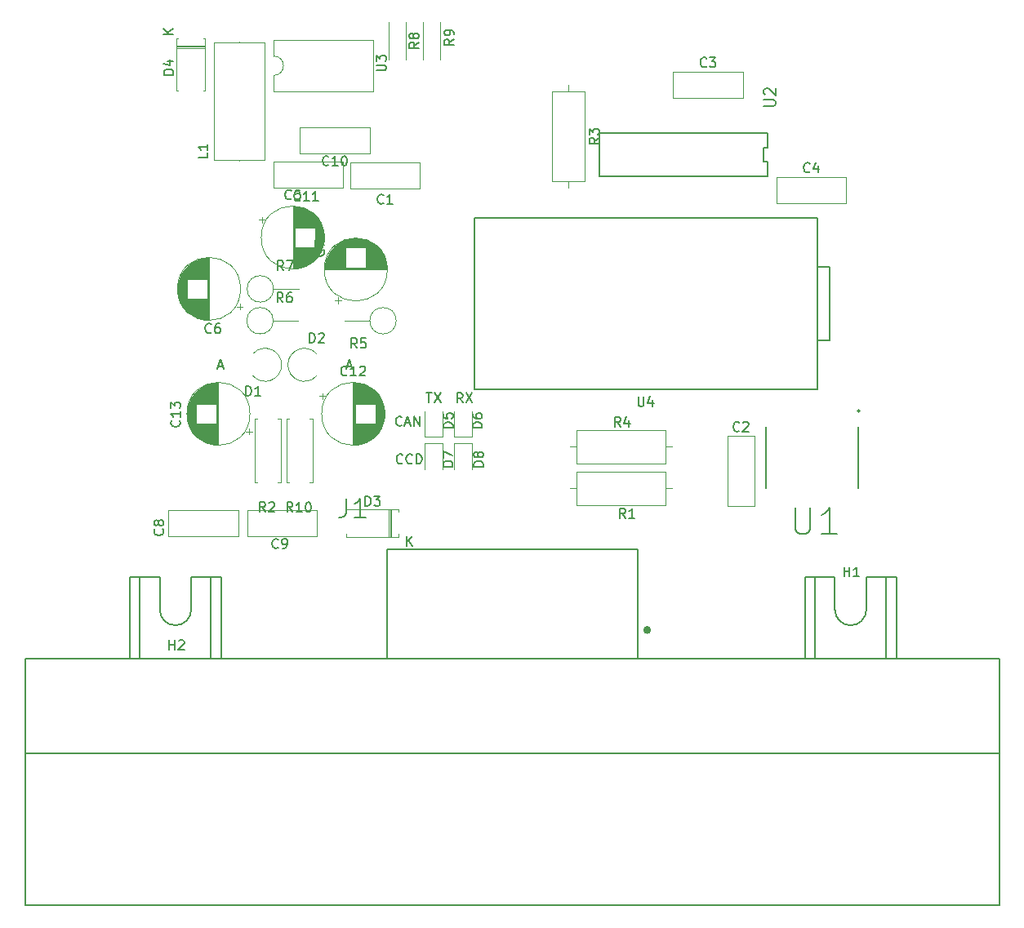
<source format=gbr>
%TF.GenerationSoftware,KiCad,Pcbnew,6.0.4-6f826c9f35~116~ubuntu20.04.1*%
%TF.CreationDate,2022-05-07T21:53:41-05:00*%
%TF.ProjectId,Circuit,43697263-7569-4742-9e6b-696361645f70,rev?*%
%TF.SameCoordinates,Original*%
%TF.FileFunction,Legend,Top*%
%TF.FilePolarity,Positive*%
%FSLAX46Y46*%
G04 Gerber Fmt 4.6, Leading zero omitted, Abs format (unit mm)*
G04 Created by KiCad (PCBNEW 6.0.4-6f826c9f35~116~ubuntu20.04.1) date 2022-05-07 21:53:41*
%MOMM*%
%LPD*%
G01*
G04 APERTURE LIST*
%ADD10C,0.150000*%
%ADD11C,0.120000*%
%ADD12C,0.127000*%
%ADD13C,0.400000*%
%ADD14C,0.200000*%
G04 APERTURE END LIST*
D10*
X86066333Y-108910380D02*
X85733000Y-108434190D01*
X85494904Y-108910380D02*
X85494904Y-107910380D01*
X85875857Y-107910380D01*
X85971095Y-107958000D01*
X86018714Y-108005619D01*
X86066333Y-108100857D01*
X86066333Y-108243714D01*
X86018714Y-108338952D01*
X85971095Y-108386571D01*
X85875857Y-108434190D01*
X85494904Y-108434190D01*
X86399666Y-107910380D02*
X87066333Y-108910380D01*
X87066333Y-107910380D02*
X86399666Y-108910380D01*
X79748142Y-111228142D02*
X79700523Y-111275761D01*
X79557666Y-111323380D01*
X79462428Y-111323380D01*
X79319571Y-111275761D01*
X79224333Y-111180523D01*
X79176714Y-111085285D01*
X79129095Y-110894809D01*
X79129095Y-110751952D01*
X79176714Y-110561476D01*
X79224333Y-110466238D01*
X79319571Y-110371000D01*
X79462428Y-110323380D01*
X79557666Y-110323380D01*
X79700523Y-110371000D01*
X79748142Y-110418619D01*
X80129095Y-111037666D02*
X80605285Y-111037666D01*
X80033857Y-111323380D02*
X80367190Y-110323380D01*
X80700523Y-111323380D01*
X81033857Y-111323380D02*
X81033857Y-110323380D01*
X81605285Y-111323380D01*
X81605285Y-110323380D01*
X79827523Y-115165142D02*
X79779904Y-115212761D01*
X79637047Y-115260380D01*
X79541809Y-115260380D01*
X79398952Y-115212761D01*
X79303714Y-115117523D01*
X79256095Y-115022285D01*
X79208476Y-114831809D01*
X79208476Y-114688952D01*
X79256095Y-114498476D01*
X79303714Y-114403238D01*
X79398952Y-114308000D01*
X79541809Y-114260380D01*
X79637047Y-114260380D01*
X79779904Y-114308000D01*
X79827523Y-114355619D01*
X80827523Y-115165142D02*
X80779904Y-115212761D01*
X80637047Y-115260380D01*
X80541809Y-115260380D01*
X80398952Y-115212761D01*
X80303714Y-115117523D01*
X80256095Y-115022285D01*
X80208476Y-114831809D01*
X80208476Y-114688952D01*
X80256095Y-114498476D01*
X80303714Y-114403238D01*
X80398952Y-114308000D01*
X80541809Y-114260380D01*
X80637047Y-114260380D01*
X80779904Y-114308000D01*
X80827523Y-114355619D01*
X81256095Y-115260380D02*
X81256095Y-114260380D01*
X81494190Y-114260380D01*
X81637047Y-114308000D01*
X81732285Y-114403238D01*
X81779904Y-114498476D01*
X81827523Y-114688952D01*
X81827523Y-114831809D01*
X81779904Y-115022285D01*
X81732285Y-115117523D01*
X81637047Y-115212761D01*
X81494190Y-115260380D01*
X81256095Y-115260380D01*
X82296095Y-107910380D02*
X82867523Y-107910380D01*
X82581809Y-108910380D02*
X82581809Y-107910380D01*
X83105619Y-107910380D02*
X83772285Y-108910380D01*
X83772285Y-107910380D02*
X83105619Y-108910380D01*
%TO.C,D1*%
X63579879Y-108191530D02*
X63579879Y-107191530D01*
X63817975Y-107191530D01*
X63960832Y-107239150D01*
X64056070Y-107334388D01*
X64103689Y-107429626D01*
X64151308Y-107620102D01*
X64151308Y-107762959D01*
X64103689Y-107953435D01*
X64056070Y-108048673D01*
X63960832Y-108143911D01*
X63817975Y-108191530D01*
X63579879Y-108191530D01*
X65103689Y-108191530D02*
X64532260Y-108191530D01*
X64817975Y-108191530D02*
X64817975Y-107191530D01*
X64722736Y-107334388D01*
X64627498Y-107429626D01*
X64532260Y-107477245D01*
X60709879Y-105155181D02*
X61186070Y-105155181D01*
X60614641Y-105440895D02*
X60947975Y-104440895D01*
X61281308Y-105440895D01*
%TO.C,R7*%
X67453308Y-95196895D02*
X67119975Y-94720705D01*
X66881879Y-95196895D02*
X66881879Y-94196895D01*
X67262832Y-94196895D01*
X67358070Y-94244515D01*
X67405689Y-94292134D01*
X67453308Y-94387372D01*
X67453308Y-94530229D01*
X67405689Y-94625467D01*
X67358070Y-94673086D01*
X67262832Y-94720705D01*
X66881879Y-94720705D01*
X67786641Y-94196895D02*
X68453308Y-94196895D01*
X68024736Y-95196895D01*
%TO.C,C11*%
X69193142Y-87901142D02*
X69145523Y-87948761D01*
X69002666Y-87996380D01*
X68907428Y-87996380D01*
X68764571Y-87948761D01*
X68669333Y-87853523D01*
X68621714Y-87758285D01*
X68574095Y-87567809D01*
X68574095Y-87424952D01*
X68621714Y-87234476D01*
X68669333Y-87139238D01*
X68764571Y-87044000D01*
X68907428Y-86996380D01*
X69002666Y-86996380D01*
X69145523Y-87044000D01*
X69193142Y-87091619D01*
X70145523Y-87996380D02*
X69574095Y-87996380D01*
X69859809Y-87996380D02*
X69859809Y-86996380D01*
X69764571Y-87139238D01*
X69669333Y-87234476D01*
X69574095Y-87282095D01*
X71097904Y-87996380D02*
X70526476Y-87996380D01*
X70812190Y-87996380D02*
X70812190Y-86996380D01*
X70716952Y-87139238D01*
X70621714Y-87234476D01*
X70526476Y-87282095D01*
%TO.C,C13*%
X56695406Y-110777083D02*
X56743025Y-110824702D01*
X56790644Y-110967559D01*
X56790644Y-111062797D01*
X56743025Y-111205654D01*
X56647787Y-111300892D01*
X56552549Y-111348511D01*
X56362073Y-111396130D01*
X56219216Y-111396130D01*
X56028740Y-111348511D01*
X55933502Y-111300892D01*
X55838264Y-111205654D01*
X55790644Y-111062797D01*
X55790644Y-110967559D01*
X55838264Y-110824702D01*
X55885883Y-110777083D01*
X56790644Y-109824702D02*
X56790644Y-110396130D01*
X56790644Y-110110416D02*
X55790644Y-110110416D01*
X55933502Y-110205654D01*
X56028740Y-110300892D01*
X56076359Y-110396130D01*
X55790644Y-109491368D02*
X55790644Y-108872321D01*
X56171597Y-109205654D01*
X56171597Y-109062797D01*
X56219216Y-108967559D01*
X56266835Y-108919940D01*
X56362073Y-108872321D01*
X56600168Y-108872321D01*
X56695406Y-108919940D01*
X56743025Y-108967559D01*
X56790644Y-109062797D01*
X56790644Y-109348511D01*
X56743025Y-109443749D01*
X56695406Y-109491368D01*
%TO.C,D7*%
X85034380Y-115546095D02*
X84034380Y-115546095D01*
X84034380Y-115308000D01*
X84082000Y-115165142D01*
X84177238Y-115069904D01*
X84272476Y-115022285D01*
X84462952Y-114974666D01*
X84605809Y-114974666D01*
X84796285Y-115022285D01*
X84891523Y-115069904D01*
X84986761Y-115165142D01*
X85034380Y-115308000D01*
X85034380Y-115546095D01*
X84034380Y-114641333D02*
X84034380Y-113974666D01*
X85034380Y-114403238D01*
%TO.C,C5*%
X68282928Y-87737657D02*
X68235309Y-87785276D01*
X68092452Y-87832895D01*
X67997214Y-87832895D01*
X67854356Y-87785276D01*
X67759118Y-87690038D01*
X67711499Y-87594800D01*
X67663880Y-87404324D01*
X67663880Y-87261467D01*
X67711499Y-87070991D01*
X67759118Y-86975753D01*
X67854356Y-86880515D01*
X67997214Y-86832895D01*
X68092452Y-86832895D01*
X68235309Y-86880515D01*
X68282928Y-86928134D01*
X69187690Y-86832895D02*
X68711499Y-86832895D01*
X68663880Y-87309086D01*
X68711499Y-87261467D01*
X68806737Y-87213848D01*
X69044833Y-87213848D01*
X69140071Y-87261467D01*
X69187690Y-87309086D01*
X69235309Y-87404324D01*
X69235309Y-87642419D01*
X69187690Y-87737657D01*
X69140071Y-87785276D01*
X69044833Y-87832895D01*
X68806737Y-87832895D01*
X68711499Y-87785276D01*
X68663880Y-87737657D01*
%TO.C,R3*%
X100200380Y-81446666D02*
X99724190Y-81780000D01*
X100200380Y-82018095D02*
X99200380Y-82018095D01*
X99200380Y-81637142D01*
X99248000Y-81541904D01*
X99295619Y-81494285D01*
X99390857Y-81446666D01*
X99533714Y-81446666D01*
X99628952Y-81494285D01*
X99676571Y-81541904D01*
X99724190Y-81637142D01*
X99724190Y-82018095D01*
X99200380Y-81113333D02*
X99200380Y-80494285D01*
X99581333Y-80827619D01*
X99581333Y-80684761D01*
X99628952Y-80589523D01*
X99676571Y-80541904D01*
X99771809Y-80494285D01*
X100009904Y-80494285D01*
X100105142Y-80541904D01*
X100152761Y-80589523D01*
X100200380Y-80684761D01*
X100200380Y-80970476D01*
X100152761Y-81065714D01*
X100105142Y-81113333D01*
%TO.C,R5*%
X75102308Y-103238895D02*
X74768975Y-102762705D01*
X74530879Y-103238895D02*
X74530879Y-102238895D01*
X74911832Y-102238895D01*
X75007070Y-102286515D01*
X75054689Y-102334134D01*
X75102308Y-102429372D01*
X75102308Y-102572229D01*
X75054689Y-102667467D01*
X75007070Y-102715086D01*
X74911832Y-102762705D01*
X74530879Y-102762705D01*
X76007070Y-102238895D02*
X75530879Y-102238895D01*
X75483260Y-102715086D01*
X75530879Y-102667467D01*
X75626117Y-102619848D01*
X75864213Y-102619848D01*
X75959451Y-102667467D01*
X76007070Y-102715086D01*
X76054689Y-102810324D01*
X76054689Y-103048419D01*
X76007070Y-103143657D01*
X75959451Y-103191276D01*
X75864213Y-103238895D01*
X75626117Y-103238895D01*
X75530879Y-103191276D01*
X75483260Y-103143657D01*
%TO.C,J1*%
X74008469Y-118845343D02*
X74008469Y-120275765D01*
X73913108Y-120561849D01*
X73722385Y-120752572D01*
X73436300Y-120847934D01*
X73245577Y-120847934D01*
X76011060Y-120847934D02*
X74866722Y-120847934D01*
X75438891Y-120847934D02*
X75438891Y-118845343D01*
X75248168Y-119131427D01*
X75057445Y-119322150D01*
X74866722Y-119417511D01*
%TO.C,C10*%
X72169142Y-84218142D02*
X72121523Y-84265761D01*
X71978666Y-84313380D01*
X71883428Y-84313380D01*
X71740571Y-84265761D01*
X71645333Y-84170523D01*
X71597714Y-84075285D01*
X71550095Y-83884809D01*
X71550095Y-83741952D01*
X71597714Y-83551476D01*
X71645333Y-83456238D01*
X71740571Y-83361000D01*
X71883428Y-83313380D01*
X71978666Y-83313380D01*
X72121523Y-83361000D01*
X72169142Y-83408619D01*
X73121523Y-84313380D02*
X72550095Y-84313380D01*
X72835809Y-84313380D02*
X72835809Y-83313380D01*
X72740571Y-83456238D01*
X72645333Y-83551476D01*
X72550095Y-83599095D01*
X73740571Y-83313380D02*
X73835809Y-83313380D01*
X73931047Y-83361000D01*
X73978666Y-83408619D01*
X74026285Y-83503857D01*
X74073904Y-83694333D01*
X74073904Y-83932428D01*
X74026285Y-84122904D01*
X73978666Y-84218142D01*
X73931047Y-84265761D01*
X73835809Y-84313380D01*
X73740571Y-84313380D01*
X73645333Y-84265761D01*
X73597714Y-84218142D01*
X73550095Y-84122904D01*
X73502476Y-83932428D01*
X73502476Y-83694333D01*
X73550095Y-83503857D01*
X73597714Y-83408619D01*
X73645333Y-83361000D01*
X73740571Y-83313380D01*
%TO.C,U1*%
X120546267Y-119786033D02*
X120546267Y-122017061D01*
X120677504Y-122279535D01*
X120808741Y-122410772D01*
X121071215Y-122542009D01*
X121596163Y-122542009D01*
X121858637Y-122410772D01*
X121989874Y-122279535D01*
X122121111Y-122017061D01*
X122121111Y-119786033D01*
X124877087Y-122542009D02*
X123302243Y-122542009D01*
X124089665Y-122542009D02*
X124089665Y-119786033D01*
X123827191Y-120179743D01*
X123564717Y-120442217D01*
X123302243Y-120573454D01*
%TO.C,D8*%
X88208380Y-115546095D02*
X87208380Y-115546095D01*
X87208380Y-115308000D01*
X87256000Y-115165142D01*
X87351238Y-115069904D01*
X87446476Y-115022285D01*
X87636952Y-114974666D01*
X87779809Y-114974666D01*
X87970285Y-115022285D01*
X88065523Y-115069904D01*
X88160761Y-115165142D01*
X88208380Y-115308000D01*
X88208380Y-115546095D01*
X87636952Y-114403238D02*
X87589333Y-114498476D01*
X87541714Y-114546095D01*
X87446476Y-114593714D01*
X87398857Y-114593714D01*
X87303619Y-114546095D01*
X87256000Y-114498476D01*
X87208380Y-114403238D01*
X87208380Y-114212761D01*
X87256000Y-114117523D01*
X87303619Y-114069904D01*
X87398857Y-114022285D01*
X87446476Y-114022285D01*
X87541714Y-114069904D01*
X87589333Y-114117523D01*
X87636952Y-114212761D01*
X87636952Y-114403238D01*
X87684571Y-114498476D01*
X87732190Y-114546095D01*
X87827428Y-114593714D01*
X88017904Y-114593714D01*
X88113142Y-114546095D01*
X88160761Y-114498476D01*
X88208380Y-114403238D01*
X88208380Y-114212761D01*
X88160761Y-114117523D01*
X88113142Y-114069904D01*
X88017904Y-114022285D01*
X87827428Y-114022285D01*
X87732190Y-114069904D01*
X87684571Y-114117523D01*
X87636952Y-114212761D01*
%TO.C,L1*%
X59634380Y-82970666D02*
X59634380Y-83446857D01*
X58634380Y-83446857D01*
X59634380Y-82113523D02*
X59634380Y-82684952D01*
X59634380Y-82399238D02*
X58634380Y-82399238D01*
X58777238Y-82494476D01*
X58872476Y-82589714D01*
X58920095Y-82684952D01*
%TO.C,R10*%
X68435406Y-120238606D02*
X68102073Y-119762416D01*
X67863978Y-120238606D02*
X67863978Y-119238606D01*
X68244930Y-119238606D01*
X68340168Y-119286226D01*
X68387787Y-119333845D01*
X68435406Y-119429083D01*
X68435406Y-119571940D01*
X68387787Y-119667178D01*
X68340168Y-119714797D01*
X68244930Y-119762416D01*
X67863978Y-119762416D01*
X69387787Y-120238606D02*
X68816359Y-120238606D01*
X69102073Y-120238606D02*
X69102073Y-119238606D01*
X69006835Y-119381464D01*
X68911597Y-119476702D01*
X68816359Y-119524321D01*
X70006835Y-119238606D02*
X70102073Y-119238606D01*
X70197311Y-119286226D01*
X70244930Y-119333845D01*
X70292549Y-119429083D01*
X70340168Y-119619559D01*
X70340168Y-119857654D01*
X70292549Y-120048130D01*
X70244930Y-120143368D01*
X70197311Y-120190987D01*
X70102073Y-120238606D01*
X70006835Y-120238606D01*
X69911597Y-120190987D01*
X69863978Y-120143368D01*
X69816359Y-120048130D01*
X69768740Y-119857654D01*
X69768740Y-119619559D01*
X69816359Y-119429083D01*
X69863978Y-119333845D01*
X69911597Y-119286226D01*
X70006835Y-119238606D01*
%TO.C,C3*%
X111339333Y-74017142D02*
X111291714Y-74064761D01*
X111148857Y-74112380D01*
X111053619Y-74112380D01*
X110910761Y-74064761D01*
X110815523Y-73969523D01*
X110767904Y-73874285D01*
X110720285Y-73683809D01*
X110720285Y-73540952D01*
X110767904Y-73350476D01*
X110815523Y-73255238D01*
X110910761Y-73160000D01*
X111053619Y-73112380D01*
X111148857Y-73112380D01*
X111291714Y-73160000D01*
X111339333Y-73207619D01*
X111672666Y-73112380D02*
X112291714Y-73112380D01*
X111958380Y-73493333D01*
X112101238Y-73493333D01*
X112196476Y-73540952D01*
X112244095Y-73588571D01*
X112291714Y-73683809D01*
X112291714Y-73921904D01*
X112244095Y-74017142D01*
X112196476Y-74064761D01*
X112101238Y-74112380D01*
X111815523Y-74112380D01*
X111720285Y-74064761D01*
X111672666Y-74017142D01*
%TO.C,R9*%
X85154380Y-71206666D02*
X84678190Y-71540000D01*
X85154380Y-71778095D02*
X84154380Y-71778095D01*
X84154380Y-71397142D01*
X84202000Y-71301904D01*
X84249619Y-71254285D01*
X84344857Y-71206666D01*
X84487714Y-71206666D01*
X84582952Y-71254285D01*
X84630571Y-71301904D01*
X84678190Y-71397142D01*
X84678190Y-71778095D01*
X85154380Y-70730476D02*
X85154380Y-70540000D01*
X85106761Y-70444761D01*
X85059142Y-70397142D01*
X84916285Y-70301904D01*
X84725809Y-70254285D01*
X84344857Y-70254285D01*
X84249619Y-70301904D01*
X84202000Y-70349523D01*
X84154380Y-70444761D01*
X84154380Y-70635238D01*
X84202000Y-70730476D01*
X84249619Y-70778095D01*
X84344857Y-70825714D01*
X84582952Y-70825714D01*
X84678190Y-70778095D01*
X84725809Y-70730476D01*
X84773428Y-70635238D01*
X84773428Y-70444761D01*
X84725809Y-70349523D01*
X84678190Y-70301904D01*
X84582952Y-70254285D01*
%TO.C,C12*%
X74069117Y-106025657D02*
X74021498Y-106073276D01*
X73878641Y-106120895D01*
X73783403Y-106120895D01*
X73640546Y-106073276D01*
X73545308Y-105978038D01*
X73497689Y-105882800D01*
X73450070Y-105692324D01*
X73450070Y-105549467D01*
X73497689Y-105358991D01*
X73545308Y-105263753D01*
X73640546Y-105168515D01*
X73783403Y-105120895D01*
X73878641Y-105120895D01*
X74021498Y-105168515D01*
X74069117Y-105216134D01*
X75021498Y-106120895D02*
X74450070Y-106120895D01*
X74735784Y-106120895D02*
X74735784Y-105120895D01*
X74640546Y-105263753D01*
X74545308Y-105358991D01*
X74450070Y-105406610D01*
X75402451Y-105216134D02*
X75450070Y-105168515D01*
X75545308Y-105120895D01*
X75783403Y-105120895D01*
X75878641Y-105168515D01*
X75926260Y-105216134D01*
X75973879Y-105311372D01*
X75973879Y-105406610D01*
X75926260Y-105549467D01*
X75354832Y-106120895D01*
X75973879Y-106120895D01*
%TO.C,U2*%
X117298857Y-78161285D02*
X118270285Y-78161285D01*
X118384571Y-78104142D01*
X118441714Y-78047000D01*
X118498857Y-77932714D01*
X118498857Y-77704142D01*
X118441714Y-77589857D01*
X118384571Y-77532714D01*
X118270285Y-77475571D01*
X117298857Y-77475571D01*
X117413142Y-76961285D02*
X117356000Y-76904142D01*
X117298857Y-76789857D01*
X117298857Y-76504142D01*
X117356000Y-76389857D01*
X117413142Y-76332714D01*
X117527428Y-76275571D01*
X117641714Y-76275571D01*
X117813142Y-76332714D01*
X118498857Y-77018428D01*
X118498857Y-76275571D01*
%TO.C,D4*%
X56078380Y-74906095D02*
X55078380Y-74906095D01*
X55078380Y-74668000D01*
X55126000Y-74525142D01*
X55221238Y-74429904D01*
X55316476Y-74382285D01*
X55506952Y-74334666D01*
X55649809Y-74334666D01*
X55840285Y-74382285D01*
X55935523Y-74429904D01*
X56030761Y-74525142D01*
X56078380Y-74668000D01*
X56078380Y-74906095D01*
X55411714Y-73477523D02*
X56078380Y-73477523D01*
X55030761Y-73715619D02*
X55745047Y-73953714D01*
X55745047Y-73334666D01*
X56024380Y-70700284D02*
X55024380Y-70700284D01*
X56024380Y-70128856D02*
X55452952Y-70557427D01*
X55024380Y-70128856D02*
X55595809Y-70700284D01*
%TO.C,C9*%
X66929333Y-123928142D02*
X66881714Y-123975761D01*
X66738857Y-124023380D01*
X66643619Y-124023380D01*
X66500761Y-123975761D01*
X66405523Y-123880523D01*
X66357904Y-123785285D01*
X66310285Y-123594809D01*
X66310285Y-123451952D01*
X66357904Y-123261476D01*
X66405523Y-123166238D01*
X66500761Y-123071000D01*
X66643619Y-123023380D01*
X66738857Y-123023380D01*
X66881714Y-123071000D01*
X66929333Y-123118619D01*
X67405523Y-124023380D02*
X67596000Y-124023380D01*
X67691238Y-123975761D01*
X67738857Y-123928142D01*
X67834095Y-123785285D01*
X67881714Y-123594809D01*
X67881714Y-123213857D01*
X67834095Y-123118619D01*
X67786476Y-123071000D01*
X67691238Y-123023380D01*
X67500761Y-123023380D01*
X67405523Y-123071000D01*
X67357904Y-123118619D01*
X67310285Y-123213857D01*
X67310285Y-123451952D01*
X67357904Y-123547190D01*
X67405523Y-123594809D01*
X67500761Y-123642428D01*
X67691238Y-123642428D01*
X67786476Y-123594809D01*
X67834095Y-123547190D01*
X67881714Y-123451952D01*
%TO.C,C8*%
X54967142Y-122046666D02*
X55014761Y-122094285D01*
X55062380Y-122237142D01*
X55062380Y-122332380D01*
X55014761Y-122475238D01*
X54919523Y-122570476D01*
X54824285Y-122618095D01*
X54633809Y-122665714D01*
X54490952Y-122665714D01*
X54300476Y-122618095D01*
X54205238Y-122570476D01*
X54110000Y-122475238D01*
X54062380Y-122332380D01*
X54062380Y-122237142D01*
X54110000Y-122094285D01*
X54157619Y-122046666D01*
X54490952Y-121475238D02*
X54443333Y-121570476D01*
X54395714Y-121618095D01*
X54300476Y-121665714D01*
X54252857Y-121665714D01*
X54157619Y-121618095D01*
X54110000Y-121570476D01*
X54062380Y-121475238D01*
X54062380Y-121284761D01*
X54110000Y-121189523D01*
X54157619Y-121141904D01*
X54252857Y-121094285D01*
X54300476Y-121094285D01*
X54395714Y-121141904D01*
X54443333Y-121189523D01*
X54490952Y-121284761D01*
X54490952Y-121475238D01*
X54538571Y-121570476D01*
X54586190Y-121618095D01*
X54681428Y-121665714D01*
X54871904Y-121665714D01*
X54967142Y-121618095D01*
X55014761Y-121570476D01*
X55062380Y-121475238D01*
X55062380Y-121284761D01*
X55014761Y-121189523D01*
X54967142Y-121141904D01*
X54871904Y-121094285D01*
X54681428Y-121094285D01*
X54586190Y-121141904D01*
X54538571Y-121189523D01*
X54490952Y-121284761D01*
%TO.C,D3*%
X75969904Y-119618380D02*
X75969904Y-118618380D01*
X76208000Y-118618380D01*
X76350857Y-118666000D01*
X76446095Y-118761238D01*
X76493714Y-118856476D01*
X76541333Y-119046952D01*
X76541333Y-119189809D01*
X76493714Y-119380285D01*
X76446095Y-119475523D01*
X76350857Y-119570761D01*
X76208000Y-119618380D01*
X75969904Y-119618380D01*
X76874666Y-118618380D02*
X77493714Y-118618380D01*
X77160380Y-118999333D01*
X77303238Y-118999333D01*
X77398476Y-119046952D01*
X77446095Y-119094571D01*
X77493714Y-119189809D01*
X77493714Y-119427904D01*
X77446095Y-119523142D01*
X77398476Y-119570761D01*
X77303238Y-119618380D01*
X77017523Y-119618380D01*
X76922285Y-119570761D01*
X76874666Y-119523142D01*
X80256095Y-123764380D02*
X80256095Y-122764380D01*
X80827523Y-123764380D02*
X80398952Y-123192952D01*
X80827523Y-122764380D02*
X80256095Y-123335809D01*
%TO.C,D2*%
X70183879Y-102690260D02*
X70183879Y-101690260D01*
X70421975Y-101690260D01*
X70564832Y-101737880D01*
X70660070Y-101833118D01*
X70707689Y-101928356D01*
X70755308Y-102118832D01*
X70755308Y-102261689D01*
X70707689Y-102452165D01*
X70660070Y-102547403D01*
X70564832Y-102642641D01*
X70421975Y-102690260D01*
X70183879Y-102690260D01*
X71136260Y-101785499D02*
X71183879Y-101737880D01*
X71279117Y-101690260D01*
X71517213Y-101690260D01*
X71612451Y-101737880D01*
X71660070Y-101785499D01*
X71707689Y-101880737D01*
X71707689Y-101975975D01*
X71660070Y-102118832D01*
X71088641Y-102690260D01*
X71707689Y-102690260D01*
X74053879Y-105155181D02*
X74530070Y-105155181D01*
X73958641Y-105440895D02*
X74291975Y-104440895D01*
X74625308Y-105440895D01*
%TO.C,R8*%
X81518380Y-71540666D02*
X81042190Y-71874000D01*
X81518380Y-72112095D02*
X80518380Y-72112095D01*
X80518380Y-71731142D01*
X80566000Y-71635904D01*
X80613619Y-71588285D01*
X80708857Y-71540666D01*
X80851714Y-71540666D01*
X80946952Y-71588285D01*
X80994571Y-71635904D01*
X81042190Y-71731142D01*
X81042190Y-72112095D01*
X80946952Y-70969238D02*
X80899333Y-71064476D01*
X80851714Y-71112095D01*
X80756476Y-71159714D01*
X80708857Y-71159714D01*
X80613619Y-71112095D01*
X80566000Y-71064476D01*
X80518380Y-70969238D01*
X80518380Y-70778761D01*
X80566000Y-70683523D01*
X80613619Y-70635904D01*
X80708857Y-70588285D01*
X80756476Y-70588285D01*
X80851714Y-70635904D01*
X80899333Y-70683523D01*
X80946952Y-70778761D01*
X80946952Y-70969238D01*
X80994571Y-71064476D01*
X81042190Y-71112095D01*
X81137428Y-71159714D01*
X81327904Y-71159714D01*
X81423142Y-71112095D01*
X81470761Y-71064476D01*
X81518380Y-70969238D01*
X81518380Y-70778761D01*
X81470761Y-70683523D01*
X81423142Y-70635904D01*
X81327904Y-70588285D01*
X81137428Y-70588285D01*
X81042190Y-70635904D01*
X80994571Y-70683523D01*
X80946952Y-70778761D01*
%TO.C,D5*%
X85042380Y-111530595D02*
X84042380Y-111530595D01*
X84042380Y-111292500D01*
X84090000Y-111149642D01*
X84185238Y-111054404D01*
X84280476Y-111006785D01*
X84470952Y-110959166D01*
X84613809Y-110959166D01*
X84804285Y-111006785D01*
X84899523Y-111054404D01*
X84994761Y-111149642D01*
X85042380Y-111292500D01*
X85042380Y-111530595D01*
X84042380Y-110054404D02*
X84042380Y-110530595D01*
X84518571Y-110578214D01*
X84470952Y-110530595D01*
X84423333Y-110435357D01*
X84423333Y-110197261D01*
X84470952Y-110102023D01*
X84518571Y-110054404D01*
X84613809Y-110006785D01*
X84851904Y-110006785D01*
X84947142Y-110054404D01*
X84994761Y-110102023D01*
X85042380Y-110197261D01*
X85042380Y-110435357D01*
X84994761Y-110530595D01*
X84947142Y-110578214D01*
%TO.C,R6*%
X67424308Y-98498895D02*
X67090975Y-98022705D01*
X66852879Y-98498895D02*
X66852879Y-97498895D01*
X67233832Y-97498895D01*
X67329070Y-97546515D01*
X67376689Y-97594134D01*
X67424308Y-97689372D01*
X67424308Y-97832229D01*
X67376689Y-97927467D01*
X67329070Y-97975086D01*
X67233832Y-98022705D01*
X66852879Y-98022705D01*
X68281451Y-97498895D02*
X68090975Y-97498895D01*
X67995736Y-97546515D01*
X67948117Y-97594134D01*
X67852879Y-97736991D01*
X67805260Y-97927467D01*
X67805260Y-98308419D01*
X67852879Y-98403657D01*
X67900498Y-98451276D01*
X67995736Y-98498895D01*
X68186213Y-98498895D01*
X68281451Y-98451276D01*
X68329070Y-98403657D01*
X68376689Y-98308419D01*
X68376689Y-98070324D01*
X68329070Y-97975086D01*
X68281451Y-97927467D01*
X68186213Y-97879848D01*
X67995736Y-97879848D01*
X67900498Y-97927467D01*
X67852879Y-97975086D01*
X67805260Y-98070324D01*
%TO.C,R2*%
X65609597Y-120238606D02*
X65276264Y-119762416D01*
X65038168Y-120238606D02*
X65038168Y-119238606D01*
X65419121Y-119238606D01*
X65514359Y-119286226D01*
X65561978Y-119333845D01*
X65609597Y-119429083D01*
X65609597Y-119571940D01*
X65561978Y-119667178D01*
X65514359Y-119714797D01*
X65419121Y-119762416D01*
X65038168Y-119762416D01*
X65990549Y-119333845D02*
X66038168Y-119286226D01*
X66133406Y-119238606D01*
X66371502Y-119238606D01*
X66466740Y-119286226D01*
X66514359Y-119333845D01*
X66561978Y-119429083D01*
X66561978Y-119524321D01*
X66514359Y-119667178D01*
X65942930Y-120238606D01*
X66561978Y-120238606D01*
%TO.C,C2*%
X114749392Y-111813400D02*
X114701773Y-111861019D01*
X114558916Y-111908638D01*
X114463678Y-111908638D01*
X114320820Y-111861019D01*
X114225582Y-111765781D01*
X114177963Y-111670543D01*
X114130344Y-111480067D01*
X114130344Y-111337210D01*
X114177963Y-111146734D01*
X114225582Y-111051496D01*
X114320820Y-110956258D01*
X114463678Y-110908638D01*
X114558916Y-110908638D01*
X114701773Y-110956258D01*
X114749392Y-111003877D01*
X115130344Y-111003877D02*
X115177963Y-110956258D01*
X115273201Y-110908638D01*
X115511297Y-110908638D01*
X115606535Y-110956258D01*
X115654154Y-111003877D01*
X115701773Y-111099115D01*
X115701773Y-111194353D01*
X115654154Y-111337210D01*
X115082725Y-111908638D01*
X115701773Y-111908638D01*
%TO.C,U4*%
X104267095Y-108289380D02*
X104267095Y-109098904D01*
X104314714Y-109194142D01*
X104362333Y-109241761D01*
X104457571Y-109289380D01*
X104648047Y-109289380D01*
X104743285Y-109241761D01*
X104790904Y-109194142D01*
X104838523Y-109098904D01*
X104838523Y-108289380D01*
X105743285Y-108622714D02*
X105743285Y-109289380D01*
X105505190Y-108241761D02*
X105267095Y-108956047D01*
X105886142Y-108956047D01*
%TO.C,H2*%
X55626095Y-134554380D02*
X55626095Y-133554380D01*
X55626095Y-134030571D02*
X56197523Y-134030571D01*
X56197523Y-134554380D02*
X56197523Y-133554380D01*
X56626095Y-133649619D02*
X56673714Y-133602000D01*
X56768952Y-133554380D01*
X57007047Y-133554380D01*
X57102285Y-133602000D01*
X57149904Y-133649619D01*
X57197523Y-133744857D01*
X57197523Y-133840095D01*
X57149904Y-133982952D01*
X56578476Y-134554380D01*
X57197523Y-134554380D01*
%TO.C,C4*%
X122047333Y-84939142D02*
X121999714Y-84986761D01*
X121856857Y-85034380D01*
X121761619Y-85034380D01*
X121618761Y-84986761D01*
X121523523Y-84891523D01*
X121475904Y-84796285D01*
X121428285Y-84605809D01*
X121428285Y-84462952D01*
X121475904Y-84272476D01*
X121523523Y-84177238D01*
X121618761Y-84082000D01*
X121761619Y-84034380D01*
X121856857Y-84034380D01*
X121999714Y-84082000D01*
X122047333Y-84129619D01*
X122904476Y-84367714D02*
X122904476Y-85034380D01*
X122666380Y-83986761D02*
X122428285Y-84701047D01*
X123047333Y-84701047D01*
%TO.C,C6*%
X59986639Y-101601368D02*
X59939020Y-101648987D01*
X59796163Y-101696606D01*
X59700925Y-101696606D01*
X59558067Y-101648987D01*
X59462829Y-101553749D01*
X59415210Y-101458511D01*
X59367591Y-101268035D01*
X59367591Y-101125178D01*
X59415210Y-100934702D01*
X59462829Y-100839464D01*
X59558067Y-100744226D01*
X59700925Y-100696606D01*
X59796163Y-100696606D01*
X59939020Y-100744226D01*
X59986639Y-100791845D01*
X60843782Y-100696606D02*
X60653306Y-100696606D01*
X60558067Y-100744226D01*
X60510448Y-100791845D01*
X60415210Y-100934702D01*
X60367591Y-101125178D01*
X60367591Y-101506130D01*
X60415210Y-101601368D01*
X60462829Y-101648987D01*
X60558067Y-101696606D01*
X60748544Y-101696606D01*
X60843782Y-101648987D01*
X60891401Y-101601368D01*
X60939020Y-101506130D01*
X60939020Y-101268035D01*
X60891401Y-101172797D01*
X60843782Y-101125178D01*
X60748544Y-101077559D01*
X60558067Y-101077559D01*
X60462829Y-101125178D01*
X60415210Y-101172797D01*
X60367591Y-101268035D01*
%TO.C,C1*%
X77851333Y-88201142D02*
X77803714Y-88248761D01*
X77660857Y-88296380D01*
X77565619Y-88296380D01*
X77422761Y-88248761D01*
X77327523Y-88153523D01*
X77279904Y-88058285D01*
X77232285Y-87867809D01*
X77232285Y-87724952D01*
X77279904Y-87534476D01*
X77327523Y-87439238D01*
X77422761Y-87344000D01*
X77565619Y-87296380D01*
X77660857Y-87296380D01*
X77803714Y-87344000D01*
X77851333Y-87391619D01*
X78803714Y-88296380D02*
X78232285Y-88296380D01*
X78518000Y-88296380D02*
X78518000Y-87296380D01*
X78422761Y-87439238D01*
X78327523Y-87534476D01*
X78232285Y-87582095D01*
%TO.C,R4*%
X102430392Y-111400638D02*
X102097059Y-110924448D01*
X101858963Y-111400638D02*
X101858963Y-110400638D01*
X102239916Y-110400638D01*
X102335154Y-110448258D01*
X102382773Y-110495877D01*
X102430392Y-110591115D01*
X102430392Y-110733972D01*
X102382773Y-110829210D01*
X102335154Y-110876829D01*
X102239916Y-110924448D01*
X101858963Y-110924448D01*
X103287535Y-110733972D02*
X103287535Y-111400638D01*
X103049439Y-110353019D02*
X102811344Y-111067305D01*
X103430392Y-111067305D01*
%TO.C,D6*%
X88082380Y-111530595D02*
X87082380Y-111530595D01*
X87082380Y-111292500D01*
X87130000Y-111149642D01*
X87225238Y-111054404D01*
X87320476Y-111006785D01*
X87510952Y-110959166D01*
X87653809Y-110959166D01*
X87844285Y-111006785D01*
X87939523Y-111054404D01*
X88034761Y-111149642D01*
X88082380Y-111292500D01*
X88082380Y-111530595D01*
X87082380Y-110102023D02*
X87082380Y-110292500D01*
X87130000Y-110387738D01*
X87177619Y-110435357D01*
X87320476Y-110530595D01*
X87510952Y-110578214D01*
X87891904Y-110578214D01*
X87987142Y-110530595D01*
X88034761Y-110482976D01*
X88082380Y-110387738D01*
X88082380Y-110197261D01*
X88034761Y-110102023D01*
X87987142Y-110054404D01*
X87891904Y-110006785D01*
X87653809Y-110006785D01*
X87558571Y-110054404D01*
X87510952Y-110102023D01*
X87463333Y-110197261D01*
X87463333Y-110387738D01*
X87510952Y-110482976D01*
X87558571Y-110530595D01*
X87653809Y-110578214D01*
%TO.C,C7*%
X71651135Y-93079802D02*
X71698754Y-93127421D01*
X71746373Y-93270278D01*
X71746373Y-93365516D01*
X71698754Y-93508374D01*
X71603516Y-93603612D01*
X71508278Y-93651231D01*
X71317802Y-93698850D01*
X71174945Y-93698850D01*
X70984469Y-93651231D01*
X70889231Y-93603612D01*
X70793993Y-93508374D01*
X70746373Y-93365516D01*
X70746373Y-93270278D01*
X70793993Y-93127421D01*
X70841612Y-93079802D01*
X70746373Y-92746469D02*
X70746373Y-92079802D01*
X71746373Y-92508374D01*
%TO.C,H1*%
X125603095Y-126954380D02*
X125603095Y-125954380D01*
X125603095Y-126430571D02*
X126174523Y-126430571D01*
X126174523Y-126954380D02*
X126174523Y-125954380D01*
X127174523Y-126954380D02*
X126603095Y-126954380D01*
X126888809Y-126954380D02*
X126888809Y-125954380D01*
X126793571Y-126097238D01*
X126698333Y-126192476D01*
X126603095Y-126240095D01*
%TO.C,U3*%
X77122380Y-74462904D02*
X77931904Y-74462904D01*
X78027142Y-74415285D01*
X78074761Y-74367666D01*
X78122380Y-74272428D01*
X78122380Y-74081952D01*
X78074761Y-73986714D01*
X78027142Y-73939095D01*
X77931904Y-73891476D01*
X77122380Y-73891476D01*
X77122380Y-73510523D02*
X77122380Y-72891476D01*
X77503333Y-73224809D01*
X77503333Y-73081952D01*
X77550952Y-72986714D01*
X77598571Y-72939095D01*
X77693809Y-72891476D01*
X77931904Y-72891476D01*
X78027142Y-72939095D01*
X78074761Y-72986714D01*
X78122380Y-73081952D01*
X78122380Y-73367666D01*
X78074761Y-73462904D01*
X78027142Y-73510523D01*
%TO.C,R1*%
X102936392Y-120884638D02*
X102603059Y-120408448D01*
X102364963Y-120884638D02*
X102364963Y-119884638D01*
X102745916Y-119884638D01*
X102841154Y-119932258D01*
X102888773Y-119979877D01*
X102936392Y-120075115D01*
X102936392Y-120217972D01*
X102888773Y-120313210D01*
X102841154Y-120360829D01*
X102745916Y-120408448D01*
X102364963Y-120408448D01*
X103888773Y-120884638D02*
X103317344Y-120884638D01*
X103603059Y-120884638D02*
X103603059Y-119884638D01*
X103507820Y-120027496D01*
X103412582Y-120122734D01*
X103317344Y-120170353D01*
D11*
%TO.C,D1*%
X64276822Y-106088515D02*
G75*
G03*
X64336424Y-103821149I1311153J1100000D01*
G01*
%TO.C,R7*%
X66449975Y-97114515D02*
X69059975Y-97114515D01*
X66449975Y-97114515D02*
G75*
G03*
X66449975Y-97114515I-1370000J0D01*
G01*
%TO.C,C11*%
X66430000Y-86628000D02*
X73670000Y-86628000D01*
X66430000Y-83888000D02*
X73670000Y-83888000D01*
X73670000Y-83888000D02*
X73670000Y-86628000D01*
X66430000Y-83888000D02*
X66430000Y-86628000D01*
%TO.C,C13*%
X59380975Y-109028515D02*
X59380975Y-107134515D01*
X59260975Y-109028515D02*
X59260975Y-107192515D01*
X59500975Y-109028515D02*
X59500975Y-107082515D01*
X58900975Y-109028515D02*
X58900975Y-107404515D01*
X59220975Y-112924515D02*
X59220975Y-111108515D01*
X60341975Y-109028515D02*
X60341975Y-106862515D01*
X57540975Y-110701515D02*
X57540975Y-109435515D01*
X59180975Y-112902515D02*
X59180975Y-111108515D01*
X58500975Y-112411515D02*
X58500975Y-111108515D01*
X60141975Y-109028515D02*
X60141975Y-106893515D01*
X59580975Y-113086515D02*
X59580975Y-111108515D01*
X58860975Y-112704515D02*
X58860975Y-111108515D01*
X59740975Y-109028515D02*
X59740975Y-106994515D01*
X60261975Y-109028515D02*
X60261975Y-106873515D01*
X58620975Y-109028515D02*
X58620975Y-107618515D01*
X58740975Y-112616515D02*
X58740975Y-111108515D01*
X60341975Y-113274515D02*
X60341975Y-111108515D01*
X60221975Y-113257515D02*
X60221975Y-111108515D01*
X59060975Y-112834515D02*
X59060975Y-111108515D01*
X58980975Y-109028515D02*
X58980975Y-107352515D01*
X59340975Y-112984515D02*
X59340975Y-111108515D01*
X57500975Y-110470515D02*
X57500975Y-109666515D01*
X58700975Y-109028515D02*
X58700975Y-107552515D01*
X58740975Y-109028515D02*
X58740975Y-107520515D01*
X59300975Y-109028515D02*
X59300975Y-107172515D01*
X59900975Y-113189515D02*
X59900975Y-111108515D01*
X59660975Y-113115515D02*
X59660975Y-111108515D01*
X57740975Y-111330515D02*
X57740975Y-108806515D01*
X59340975Y-109028515D02*
X59340975Y-107152515D01*
X58180975Y-112063515D02*
X58180975Y-108073515D01*
X57820975Y-111500515D02*
X57820975Y-108636515D01*
X59420975Y-109028515D02*
X59420975Y-107116515D01*
X59300975Y-112964515D02*
X59300975Y-111108515D01*
X60221975Y-109028515D02*
X60221975Y-106879515D01*
X59860975Y-113178515D02*
X59860975Y-111108515D01*
X58860975Y-109028515D02*
X58860975Y-107432515D01*
X59740975Y-113142515D02*
X59740975Y-111108515D01*
X58460975Y-112373515D02*
X58460975Y-111108515D01*
X58660975Y-109028515D02*
X58660975Y-107584515D01*
X58300975Y-112205515D02*
X58300975Y-107931515D01*
X57860975Y-111577515D02*
X57860975Y-108559515D01*
X60501975Y-109028515D02*
X60501975Y-106846515D01*
X60301975Y-109028515D02*
X60301975Y-106867515D01*
X59100975Y-112858515D02*
X59100975Y-111108515D01*
X58060975Y-111902515D02*
X58060975Y-108234515D01*
X57660975Y-111127515D02*
X57660975Y-109009515D01*
X58940975Y-112758515D02*
X58940975Y-111108515D01*
X58580975Y-109028515D02*
X58580975Y-107652515D01*
X60141975Y-113243515D02*
X60141975Y-111108515D01*
X60061975Y-113227515D02*
X60061975Y-111108515D01*
X57900975Y-111649515D02*
X57900975Y-108487515D01*
X57780975Y-111418515D02*
X57780975Y-108718515D01*
X59220975Y-109028515D02*
X59220975Y-107212515D01*
X58820975Y-109028515D02*
X58820975Y-107461515D01*
X60381975Y-113279515D02*
X60381975Y-111108515D01*
X60301975Y-113269515D02*
X60301975Y-111108515D01*
X58420975Y-112333515D02*
X58420975Y-107803515D01*
X59780975Y-113154515D02*
X59780975Y-111108515D01*
X57700975Y-111233515D02*
X57700975Y-108903515D01*
X60421975Y-109028515D02*
X60421975Y-106853515D01*
X59140975Y-112880515D02*
X59140975Y-111108515D01*
X57980975Y-111782515D02*
X57980975Y-108354515D01*
X59980975Y-113209515D02*
X59980975Y-111108515D01*
X58220975Y-112112515D02*
X58220975Y-108024515D01*
X58460975Y-109028515D02*
X58460975Y-107763515D01*
X59820975Y-109028515D02*
X59820975Y-106970515D01*
X59420975Y-113020515D02*
X59420975Y-111108515D01*
X60701975Y-113298515D02*
X60701975Y-106838515D01*
X60181975Y-113250515D02*
X60181975Y-111108515D01*
X58820975Y-112675515D02*
X58820975Y-111108515D01*
X60661975Y-113298515D02*
X60661975Y-106838515D01*
X57580975Y-110870515D02*
X57580975Y-109266515D01*
X58980975Y-112784515D02*
X58980975Y-111108515D01*
X59620975Y-109028515D02*
X59620975Y-107035515D01*
X60421975Y-113283515D02*
X60421975Y-111108515D01*
X60741975Y-113298515D02*
X60741975Y-106838515D01*
X58340975Y-112250515D02*
X58340975Y-107886515D01*
X60381975Y-109028515D02*
X60381975Y-106857515D01*
X59500975Y-113054515D02*
X59500975Y-111108515D01*
X59700975Y-109028515D02*
X59700975Y-107007515D01*
X60461975Y-109028515D02*
X60461975Y-106850515D01*
X60621975Y-113296515D02*
X60621975Y-106840515D01*
X59940975Y-113199515D02*
X59940975Y-111108515D01*
X58140975Y-112012515D02*
X58140975Y-108124515D01*
X58940975Y-109028515D02*
X58940975Y-107378515D01*
X58380975Y-112292515D02*
X58380975Y-107844515D01*
X59820975Y-113166515D02*
X59820975Y-111108515D01*
X57940975Y-111718515D02*
X57940975Y-108418515D01*
X60261975Y-113263515D02*
X60261975Y-111108515D01*
X60020975Y-109028515D02*
X60020975Y-106918515D01*
X59100975Y-109028515D02*
X59100975Y-107278515D01*
X58780975Y-112646515D02*
X58780975Y-111108515D01*
X59900975Y-109028515D02*
X59900975Y-106947515D01*
X57620975Y-111008515D02*
X57620975Y-109128515D01*
X60461975Y-113286515D02*
X60461975Y-111108515D01*
X63927216Y-112222515D02*
X63927216Y-111592515D01*
X58780975Y-109028515D02*
X58780975Y-107490515D01*
X59700975Y-113129515D02*
X59700975Y-111108515D01*
X58660975Y-112552515D02*
X58660975Y-111108515D01*
X59620975Y-113101515D02*
X59620975Y-111108515D01*
X64242216Y-111907515D02*
X63612216Y-111907515D01*
X58580975Y-112484515D02*
X58580975Y-111108515D01*
X59460975Y-109028515D02*
X59460975Y-107098515D01*
X58900975Y-112732515D02*
X58900975Y-111108515D01*
X59180975Y-109028515D02*
X59180975Y-107234515D01*
X59460975Y-113038515D02*
X59460975Y-111108515D01*
X60581975Y-113295515D02*
X60581975Y-106841515D01*
X58500975Y-109028515D02*
X58500975Y-107725515D01*
X60501975Y-113290515D02*
X60501975Y-111108515D01*
X59780975Y-109028515D02*
X59780975Y-106982515D01*
X59140975Y-109028515D02*
X59140975Y-107256515D01*
X59580975Y-109028515D02*
X59580975Y-107050515D01*
X59260975Y-112944515D02*
X59260975Y-111108515D01*
X59380975Y-113002515D02*
X59380975Y-111108515D01*
X58620975Y-112518515D02*
X58620975Y-111108515D01*
X60181975Y-109028515D02*
X60181975Y-106886515D01*
X60541975Y-113292515D02*
X60541975Y-106844515D01*
X60101975Y-113235515D02*
X60101975Y-111108515D01*
X58700975Y-112584515D02*
X58700975Y-111108515D01*
X59940975Y-109028515D02*
X59940975Y-106937515D01*
X58260975Y-112160515D02*
X58260975Y-107976515D01*
X59060975Y-109028515D02*
X59060975Y-107302515D01*
X58540975Y-112448515D02*
X58540975Y-111108515D01*
X59020975Y-112810515D02*
X59020975Y-111108515D01*
X59980975Y-109028515D02*
X59980975Y-106927515D01*
X59540975Y-113070515D02*
X59540975Y-111108515D01*
X59020975Y-109028515D02*
X59020975Y-107326515D01*
X59860975Y-109028515D02*
X59860975Y-106958515D01*
X58020975Y-111844515D02*
X58020975Y-108292515D01*
X60061975Y-109028515D02*
X60061975Y-106909515D01*
X60101975Y-109028515D02*
X60101975Y-106901515D01*
X59660975Y-109028515D02*
X59660975Y-107021515D01*
X59540975Y-109028515D02*
X59540975Y-107066515D01*
X60020975Y-113218515D02*
X60020975Y-111108515D01*
X58540975Y-109028515D02*
X58540975Y-107688515D01*
X58100975Y-111958515D02*
X58100975Y-108178515D01*
X64011975Y-110068515D02*
G75*
G03*
X64011975Y-110068515I-3270000J0D01*
G01*
%TO.C,D7*%
X84018000Y-115808000D02*
X84018000Y-113123000D01*
X84018000Y-113123000D02*
X82098000Y-113123000D01*
X82098000Y-113123000D02*
X82098000Y-115808000D01*
%TO.C,C5*%
X69210595Y-92820515D02*
X69210595Y-94921515D01*
X69930595Y-88904515D02*
X69930595Y-90740515D01*
X69370595Y-88682515D02*
X69370595Y-90740515D01*
X70490595Y-92820515D02*
X70490595Y-94296515D01*
X69890595Y-92820515D02*
X69890595Y-94676515D01*
X69410595Y-92820515D02*
X69410595Y-94866515D01*
X70050595Y-88968515D02*
X70050595Y-90740515D01*
X70370595Y-89173515D02*
X70370595Y-90740515D01*
X70610595Y-89364515D02*
X70610595Y-90740515D01*
X68849595Y-88574515D02*
X68849595Y-90740515D01*
X69129595Y-92820515D02*
X69129595Y-94939515D01*
X69970595Y-92820515D02*
X69970595Y-94636515D01*
X71410595Y-90430515D02*
X71410595Y-93130515D01*
X71530595Y-90721515D02*
X71530595Y-92839515D01*
X69089595Y-92820515D02*
X69089595Y-94947515D01*
X70250595Y-89090515D02*
X70250595Y-90740515D01*
X69290595Y-92820515D02*
X69290595Y-94901515D01*
X69810595Y-88846515D02*
X69810595Y-90740515D01*
X69049595Y-88605515D02*
X69049595Y-90740515D01*
X68729595Y-88562515D02*
X68729595Y-90740515D01*
X70730595Y-89475515D02*
X70730595Y-90740515D01*
X69850595Y-92820515D02*
X69850595Y-94696515D01*
X69490595Y-92820515D02*
X69490595Y-94841515D01*
X69450595Y-92820515D02*
X69450595Y-94854515D01*
X68809595Y-88569515D02*
X68809595Y-90740515D01*
X71130595Y-89946515D02*
X71130595Y-93614515D01*
X68809595Y-92820515D02*
X68809595Y-94991515D01*
X68689595Y-92820515D02*
X68689595Y-95002515D01*
X64949354Y-89941515D02*
X65579354Y-89941515D01*
X68729595Y-92820515D02*
X68729595Y-94998515D01*
X70450595Y-92820515D02*
X70450595Y-94328515D01*
X69170595Y-88630515D02*
X69170595Y-90740515D01*
X71170595Y-90004515D02*
X71170595Y-93556515D01*
X69610595Y-88762515D02*
X69610595Y-90740515D01*
X70850595Y-89598515D02*
X70850595Y-93962515D01*
X69730595Y-92820515D02*
X69730595Y-94750515D01*
X70410595Y-89202515D02*
X70410595Y-90740515D01*
X69250595Y-88649515D02*
X69250595Y-90740515D01*
X69690595Y-88794515D02*
X69690595Y-90740515D01*
X68569595Y-88552515D02*
X68569595Y-95008515D01*
X70210595Y-92820515D02*
X70210595Y-94496515D01*
X70130595Y-89014515D02*
X70130595Y-90740515D01*
X68529595Y-88550515D02*
X68529595Y-95010515D01*
X70690595Y-89437515D02*
X70690595Y-90740515D01*
X68929595Y-88585515D02*
X68929595Y-90740515D01*
X69970595Y-88924515D02*
X69970595Y-90740515D01*
X70570595Y-92820515D02*
X70570595Y-94230515D01*
X68449595Y-88550515D02*
X68449595Y-95010515D01*
X71090595Y-89890515D02*
X71090595Y-93670515D01*
X69810595Y-92820515D02*
X69810595Y-94714515D01*
X69650595Y-92820515D02*
X69650595Y-94782515D01*
X69530595Y-92820515D02*
X69530595Y-94827515D01*
X70530595Y-89296515D02*
X70530595Y-90740515D01*
X71210595Y-90066515D02*
X71210595Y-93494515D01*
X70170595Y-92820515D02*
X70170595Y-94522515D01*
X68609595Y-88553515D02*
X68609595Y-95007515D01*
X69490595Y-88719515D02*
X69490595Y-90740515D01*
X68769595Y-88565515D02*
X68769595Y-90740515D01*
X70370595Y-92820515D02*
X70370595Y-94387515D01*
X70090595Y-92820515D02*
X70090595Y-94570515D01*
X71290595Y-90199515D02*
X71290595Y-93361515D01*
X70130595Y-92820515D02*
X70130595Y-94546515D01*
X70450595Y-89232515D02*
X70450595Y-90740515D01*
X65264354Y-89626515D02*
X65264354Y-90256515D01*
X70970595Y-89736515D02*
X70970595Y-93824515D01*
X70810595Y-89556515D02*
X70810595Y-94004515D01*
X68969595Y-88591515D02*
X68969595Y-90740515D01*
X69610595Y-92820515D02*
X69610595Y-94798515D01*
X70930595Y-89688515D02*
X70930595Y-93872515D01*
X70330595Y-92820515D02*
X70330595Y-94416515D01*
X69210595Y-88639515D02*
X69210595Y-90740515D01*
X68769595Y-92820515D02*
X68769595Y-94995515D01*
X70650595Y-92820515D02*
X70650595Y-94160515D01*
X69250595Y-92820515D02*
X69250595Y-94911515D01*
X71610595Y-90978515D02*
X71610595Y-92582515D01*
X69450595Y-88706515D02*
X69450595Y-90740515D01*
X70210595Y-89064515D02*
X70210595Y-90740515D01*
X69290595Y-88659515D02*
X69290595Y-90740515D01*
X70690595Y-92820515D02*
X70690595Y-94123515D01*
X68889595Y-92820515D02*
X68889595Y-94981515D01*
X70490595Y-89264515D02*
X70490595Y-90740515D01*
X70770595Y-89515515D02*
X70770595Y-94045515D01*
X69570595Y-88747515D02*
X69570595Y-90740515D01*
X68849595Y-92820515D02*
X68849595Y-94986515D01*
X69370595Y-92820515D02*
X69370595Y-94878515D01*
X70610595Y-92820515D02*
X70610595Y-94196515D01*
X68489595Y-88550515D02*
X68489595Y-95010515D01*
X70530595Y-92820515D02*
X70530595Y-94264515D01*
X69170595Y-92820515D02*
X69170595Y-94930515D01*
X71690595Y-91378515D02*
X71690595Y-92182515D01*
X68689595Y-88558515D02*
X68689595Y-90740515D01*
X70890595Y-89643515D02*
X70890595Y-93917515D01*
X71650595Y-91147515D02*
X71650595Y-92413515D01*
X69049595Y-92820515D02*
X69049595Y-94955515D01*
X70730595Y-92820515D02*
X70730595Y-94085515D01*
X68929595Y-92820515D02*
X68929595Y-94975515D01*
X70290595Y-89116515D02*
X70290595Y-90740515D01*
X69770595Y-88828515D02*
X69770595Y-90740515D01*
X69009595Y-88598515D02*
X69009595Y-90740515D01*
X71330595Y-90271515D02*
X71330595Y-93289515D01*
X69410595Y-88694515D02*
X69410595Y-90740515D01*
X70010595Y-92820515D02*
X70010595Y-94614515D01*
X71570595Y-90840515D02*
X71570595Y-92720515D01*
X71490595Y-90615515D02*
X71490595Y-92945515D01*
X71250595Y-90130515D02*
X71250595Y-93430515D01*
X68889595Y-88579515D02*
X68889595Y-90740515D01*
X69850595Y-88864515D02*
X69850595Y-90740515D01*
X69930595Y-92820515D02*
X69930595Y-94656515D01*
X69009595Y-92820515D02*
X69009595Y-94962515D01*
X69890595Y-88884515D02*
X69890595Y-90740515D01*
X68969595Y-92820515D02*
X68969595Y-94969515D01*
X71010595Y-89785515D02*
X71010595Y-93775515D01*
X70250595Y-92820515D02*
X70250595Y-94470515D01*
X70170595Y-89038515D02*
X70170595Y-90740515D01*
X69690595Y-92820515D02*
X69690595Y-94766515D01*
X69330595Y-92820515D02*
X69330595Y-94890515D01*
X71450595Y-90518515D02*
X71450595Y-93042515D01*
X70050595Y-92820515D02*
X70050595Y-94592515D01*
X69570595Y-92820515D02*
X69570595Y-94813515D01*
X69330595Y-88670515D02*
X69330595Y-90740515D01*
X70090595Y-88990515D02*
X70090595Y-90740515D01*
X70290595Y-92820515D02*
X70290595Y-94444515D01*
X69730595Y-88810515D02*
X69730595Y-90740515D01*
X70410595Y-92820515D02*
X70410595Y-94358515D01*
X68649595Y-88556515D02*
X68649595Y-95004515D01*
X70570595Y-89330515D02*
X70570595Y-90740515D01*
X69530595Y-88733515D02*
X69530595Y-90740515D01*
X70010595Y-88946515D02*
X70010595Y-90740515D01*
X71050595Y-89836515D02*
X71050595Y-93724515D01*
X69089595Y-88613515D02*
X69089595Y-90740515D01*
X70650595Y-89400515D02*
X70650595Y-90740515D01*
X69129595Y-88621515D02*
X69129595Y-90740515D01*
X69770595Y-92820515D02*
X69770595Y-94732515D01*
X69650595Y-88778515D02*
X69650595Y-90740515D01*
X71370595Y-90348515D02*
X71370595Y-93212515D01*
X70330595Y-89144515D02*
X70330595Y-90740515D01*
X71719595Y-91780515D02*
G75*
G03*
X71719595Y-91780515I-3270000J0D01*
G01*
%TO.C,R3*%
X98748000Y-85900000D02*
X98748000Y-76660000D01*
X95308000Y-76660000D02*
X95308000Y-85900000D01*
X95308000Y-85900000D02*
X98748000Y-85900000D01*
X97028000Y-75970000D02*
X97028000Y-76660000D01*
X97028000Y-86590000D02*
X97028000Y-85900000D01*
X98748000Y-76660000D02*
X95308000Y-76660000D01*
%TO.C,R5*%
X76438975Y-100416515D02*
X73828975Y-100416515D01*
X79178975Y-100416515D02*
G75*
G03*
X79178975Y-100416515I-1370000J0D01*
G01*
D12*
%TO.C,J1*%
X124661000Y-127015000D02*
X124661000Y-130390000D01*
X127911000Y-130390000D02*
X127911000Y-127015000D01*
X131036000Y-127015000D02*
X131036000Y-135445000D01*
X129966000Y-135445000D02*
X131036000Y-135445000D01*
X122606000Y-127015000D02*
X124661000Y-127015000D01*
X40686000Y-145305000D02*
X40686000Y-161055000D01*
X78186000Y-135445000D02*
X104186000Y-135445000D01*
X121536000Y-135445000D02*
X121536000Y-127015000D01*
X40686000Y-135445000D02*
X78186000Y-135445000D01*
X127911000Y-127015000D02*
X129966000Y-127015000D01*
X59966000Y-135445000D02*
X59966000Y-127015000D01*
X121536000Y-135445000D02*
X122606000Y-135445000D01*
X129966000Y-127015000D02*
X131036000Y-127015000D01*
X141686000Y-161055000D02*
X141686000Y-145305000D01*
X40686000Y-145305000D02*
X40686000Y-135445000D01*
X104186000Y-135445000D02*
X121536000Y-135445000D01*
X61036000Y-127015000D02*
X61036000Y-135445000D01*
X52606000Y-135445000D02*
X52606000Y-127015000D01*
X57911000Y-127015000D02*
X59966000Y-127015000D01*
X52606000Y-127015000D02*
X54661000Y-127015000D01*
X129966000Y-135445000D02*
X129966000Y-127015000D01*
X78186000Y-124145000D02*
X104186000Y-124145000D01*
X78186000Y-135445000D02*
X78186000Y-124145000D01*
X57911000Y-130390000D02*
X57911000Y-127015000D01*
X122606000Y-135445000D02*
X122606000Y-127015000D01*
X141686000Y-145305000D02*
X40686000Y-145305000D01*
X121536000Y-127015000D02*
X122606000Y-127015000D01*
X54661000Y-127015000D02*
X54661000Y-130390000D01*
X51536000Y-135445000D02*
X52606000Y-135445000D01*
X104186000Y-124145000D02*
X104186000Y-135445000D01*
X122606000Y-135445000D02*
X129966000Y-135445000D01*
X59966000Y-135445000D02*
X61036000Y-135445000D01*
X51536000Y-127015000D02*
X52606000Y-127015000D01*
X51536000Y-135445000D02*
X51536000Y-127015000D01*
X61036000Y-135445000D02*
X71686000Y-135445000D01*
X59966000Y-127015000D02*
X61036000Y-127015000D01*
X131036000Y-135445000D02*
X141686000Y-135445000D01*
X40686000Y-161055000D02*
X141686000Y-161055000D01*
X52606000Y-135445000D02*
X59966000Y-135445000D01*
X141686000Y-135445000D02*
X141686000Y-145305000D01*
X124661000Y-130390000D02*
G75*
G03*
X126286000Y-132015000I1625000J0D01*
G01*
X56286000Y-132015000D02*
G75*
G03*
X57911000Y-130390000I2J1624998D01*
G01*
X54661000Y-130390000D02*
G75*
G03*
X56286000Y-132015000I1624998J-2D01*
G01*
X126286000Y-132015000D02*
G75*
G03*
X127911000Y-130390000I0J1625000D01*
G01*
D13*
X105386000Y-132495000D02*
G75*
G03*
X105386000Y-132495000I-200000J0D01*
G01*
D11*
%TO.C,C10*%
X76432000Y-80332000D02*
X69192000Y-80332000D01*
X69192000Y-83072000D02*
X69192000Y-80332000D01*
X76432000Y-83072000D02*
X69192000Y-83072000D01*
X76432000Y-83072000D02*
X76432000Y-80332000D01*
D12*
%TO.C,U1*%
X127082059Y-111449258D02*
X127082059Y-117809258D01*
X117482059Y-117809258D02*
X117482059Y-111449258D01*
D14*
X127232059Y-109779258D02*
G75*
G03*
X127232059Y-109779258I-100000J0D01*
G01*
D11*
%TO.C,D8*%
X85146000Y-113123000D02*
X85146000Y-115808000D01*
X87066000Y-113123000D02*
X85146000Y-113123000D01*
X87066000Y-115808000D02*
X87066000Y-113123000D01*
%TO.C,L1*%
X60318000Y-71518000D02*
X60318000Y-83758000D01*
X62938000Y-83818000D02*
X62938000Y-83758000D01*
X62938000Y-71458000D02*
X62938000Y-71518000D01*
X65558000Y-71518000D02*
X60318000Y-71518000D01*
X60318000Y-83758000D02*
X65558000Y-83758000D01*
X65558000Y-83758000D02*
X65558000Y-71518000D01*
%TO.C,R10*%
X68103975Y-117148515D02*
X67773975Y-117148515D01*
X70513975Y-117148515D02*
X70513975Y-110608515D01*
X70513975Y-110608515D02*
X70183975Y-110608515D01*
X70183975Y-117148515D02*
X70513975Y-117148515D01*
X67773975Y-110608515D02*
X68103975Y-110608515D01*
X67773975Y-117148515D02*
X67773975Y-110608515D01*
%TO.C,C3*%
X107886000Y-74576000D02*
X115126000Y-74576000D01*
X115126000Y-74576000D02*
X115126000Y-77316000D01*
X107886000Y-74576000D02*
X107886000Y-77316000D01*
X107886000Y-77316000D02*
X115126000Y-77316000D01*
%TO.C,R9*%
X81924000Y-69454000D02*
X81924000Y-73294000D01*
X83764000Y-69454000D02*
X83764000Y-73294000D01*
%TO.C,C12*%
X75872975Y-107050515D02*
X75872975Y-109028515D01*
X75912975Y-107066515D02*
X75912975Y-109028515D01*
X74751975Y-106838515D02*
X74751975Y-113298515D01*
X76392975Y-111108515D02*
X76392975Y-112834515D01*
X76632975Y-107461515D02*
X76632975Y-109028515D01*
X76352975Y-111108515D02*
X76352975Y-112858515D01*
X75231975Y-106879515D02*
X75231975Y-109028515D01*
X76472975Y-111108515D02*
X76472975Y-112784515D01*
X75792975Y-107021515D02*
X75792975Y-109028515D01*
X77552975Y-108487515D02*
X77552975Y-111649515D01*
X76032975Y-111108515D02*
X76032975Y-113020515D01*
X77472975Y-108354515D02*
X77472975Y-111782515D01*
X75832975Y-107035515D02*
X75832975Y-109028515D01*
X75672975Y-106982515D02*
X75672975Y-109028515D01*
X75311975Y-111108515D02*
X75311975Y-113243515D01*
X76312975Y-107256515D02*
X76312975Y-109028515D01*
X76432975Y-107326515D02*
X76432975Y-109028515D01*
X76992975Y-107763515D02*
X76992975Y-109028515D01*
X76592975Y-107432515D02*
X76592975Y-109028515D01*
X76712975Y-107520515D02*
X76712975Y-109028515D01*
X77152975Y-107931515D02*
X77152975Y-112205515D01*
X77752975Y-108903515D02*
X77752975Y-111233515D01*
X76712975Y-111108515D02*
X76712975Y-112616515D01*
X75472975Y-111108515D02*
X75472975Y-113209515D01*
X71526734Y-107914515D02*
X71526734Y-108544515D01*
X76912975Y-111108515D02*
X76912975Y-112448515D01*
X75592975Y-111108515D02*
X75592975Y-113178515D01*
X76512975Y-111108515D02*
X76512975Y-112758515D01*
X74711975Y-106838515D02*
X74711975Y-113298515D01*
X75792975Y-111108515D02*
X75792975Y-113115515D01*
X74911975Y-106844515D02*
X74911975Y-113292515D01*
X75271975Y-106886515D02*
X75271975Y-109028515D01*
X76952975Y-111108515D02*
X76952975Y-112411515D01*
X75071975Y-106857515D02*
X75071975Y-109028515D01*
X74951975Y-111108515D02*
X74951975Y-113290515D01*
X77312975Y-108124515D02*
X77312975Y-112012515D01*
X77872975Y-109266515D02*
X77872975Y-110870515D01*
X76392975Y-107302515D02*
X76392975Y-109028515D01*
X77112975Y-107886515D02*
X77112975Y-112250515D01*
X74871975Y-106841515D02*
X74871975Y-113295515D01*
X76272975Y-111108515D02*
X76272975Y-112902515D01*
X76232975Y-111108515D02*
X76232975Y-112924515D01*
X75111975Y-111108515D02*
X75111975Y-113274515D01*
X76792975Y-107584515D02*
X76792975Y-109028515D01*
X76512975Y-107378515D02*
X76512975Y-109028515D01*
X77432975Y-108292515D02*
X77432975Y-111844515D01*
X75512975Y-111108515D02*
X75512975Y-113199515D01*
X76632975Y-111108515D02*
X76632975Y-112675515D01*
X76472975Y-107352515D02*
X76472975Y-109028515D01*
X77672975Y-108718515D02*
X77672975Y-111418515D01*
X77272975Y-108073515D02*
X77272975Y-112063515D01*
X74951975Y-106846515D02*
X74951975Y-109028515D01*
X74991975Y-111108515D02*
X74991975Y-113286515D01*
X76552975Y-111108515D02*
X76552975Y-112732515D01*
X77392975Y-108234515D02*
X77392975Y-111902515D01*
X77632975Y-108636515D02*
X77632975Y-111500515D01*
X74991975Y-106850515D02*
X74991975Y-109028515D01*
X75151975Y-106867515D02*
X75151975Y-109028515D01*
X75712975Y-111108515D02*
X75712975Y-113142515D01*
X75271975Y-111108515D02*
X75271975Y-113250515D01*
X75952975Y-107082515D02*
X75952975Y-109028515D01*
X77832975Y-109128515D02*
X77832975Y-111008515D01*
X76072975Y-107134515D02*
X76072975Y-109028515D01*
X75391975Y-111108515D02*
X75391975Y-113227515D01*
X76032975Y-107116515D02*
X76032975Y-109028515D01*
X76792975Y-111108515D02*
X76792975Y-112552515D01*
X75632975Y-106970515D02*
X75632975Y-109028515D01*
X76992975Y-111108515D02*
X76992975Y-112373515D01*
X75872975Y-111108515D02*
X75872975Y-113086515D01*
X76832975Y-107618515D02*
X76832975Y-109028515D01*
X76112975Y-107152515D02*
X76112975Y-109028515D01*
X75031975Y-111108515D02*
X75031975Y-113283515D01*
X76752975Y-107552515D02*
X76752975Y-109028515D01*
X77232975Y-108024515D02*
X77232975Y-112112515D01*
X75472975Y-106927515D02*
X75472975Y-109028515D01*
X75191975Y-106873515D02*
X75191975Y-109028515D01*
X75512975Y-106937515D02*
X75512975Y-109028515D01*
X77352975Y-108178515D02*
X77352975Y-111958515D01*
X75752975Y-107007515D02*
X75752975Y-109028515D01*
X76232975Y-107212515D02*
X76232975Y-109028515D01*
X76152975Y-107172515D02*
X76152975Y-109028515D01*
X76192975Y-111108515D02*
X76192975Y-112944515D01*
X77192975Y-107976515D02*
X77192975Y-112160515D01*
X76952975Y-107725515D02*
X76952975Y-109028515D01*
X77952975Y-109666515D02*
X77952975Y-110470515D01*
X76072975Y-111108515D02*
X76072975Y-113002515D01*
X75912975Y-111108515D02*
X75912975Y-113070515D01*
X76432975Y-111108515D02*
X76432975Y-112810515D01*
X77792975Y-109009515D02*
X77792975Y-111127515D01*
X75712975Y-106994515D02*
X75712975Y-109028515D01*
X75992975Y-111108515D02*
X75992975Y-113038515D01*
X76112975Y-111108515D02*
X76112975Y-112984515D01*
X76192975Y-107192515D02*
X76192975Y-109028515D01*
X75111975Y-106862515D02*
X75111975Y-109028515D01*
X76672975Y-111108515D02*
X76672975Y-112646515D01*
X75632975Y-111108515D02*
X75632975Y-113166515D01*
X75231975Y-111108515D02*
X75231975Y-113257515D01*
X75311975Y-106893515D02*
X75311975Y-109028515D01*
X75351975Y-106901515D02*
X75351975Y-109028515D01*
X76672975Y-107490515D02*
X76672975Y-109028515D01*
X75391975Y-106909515D02*
X75391975Y-109028515D01*
X75432975Y-111108515D02*
X75432975Y-113218515D01*
X76912975Y-107688515D02*
X76912975Y-109028515D01*
X75191975Y-111108515D02*
X75191975Y-113263515D01*
X75151975Y-111108515D02*
X75151975Y-113269515D01*
X76872975Y-107652515D02*
X76872975Y-109028515D01*
X77032975Y-107803515D02*
X77032975Y-112333515D01*
X75992975Y-107098515D02*
X75992975Y-109028515D01*
X76872975Y-111108515D02*
X76872975Y-112484515D01*
X75832975Y-111108515D02*
X75832975Y-113101515D01*
X76832975Y-111108515D02*
X76832975Y-112518515D01*
X76552975Y-107404515D02*
X76552975Y-109028515D01*
X75432975Y-106918515D02*
X75432975Y-109028515D01*
X75031975Y-106853515D02*
X75031975Y-109028515D01*
X77912975Y-109435515D02*
X77912975Y-110701515D01*
X75672975Y-111108515D02*
X75672975Y-113154515D01*
X74791975Y-106838515D02*
X74791975Y-113298515D01*
X77512975Y-108418515D02*
X77512975Y-111718515D01*
X75071975Y-111108515D02*
X75071975Y-113279515D01*
X75351975Y-111108515D02*
X75351975Y-113235515D01*
X75552975Y-111108515D02*
X75552975Y-113189515D01*
X71211734Y-108229515D02*
X71841734Y-108229515D01*
X77592975Y-108559515D02*
X77592975Y-111577515D01*
X75592975Y-106958515D02*
X75592975Y-109028515D01*
X76152975Y-111108515D02*
X76152975Y-112964515D01*
X76352975Y-107278515D02*
X76352975Y-109028515D01*
X76312975Y-111108515D02*
X76312975Y-112880515D01*
X76592975Y-111108515D02*
X76592975Y-112704515D01*
X77072975Y-107844515D02*
X77072975Y-112292515D01*
X75952975Y-111108515D02*
X75952975Y-113054515D01*
X76272975Y-107234515D02*
X76272975Y-109028515D01*
X74831975Y-106840515D02*
X74831975Y-113296515D01*
X77712975Y-108806515D02*
X77712975Y-111330515D01*
X75552975Y-106947515D02*
X75552975Y-109028515D01*
X76752975Y-111108515D02*
X76752975Y-112584515D01*
X75752975Y-111108515D02*
X75752975Y-113129515D01*
X77981975Y-110068515D02*
G75*
G03*
X77981975Y-110068515I-3270000J0D01*
G01*
D10*
%TO.C,U2*%
X100246000Y-80923000D02*
X100246000Y-85442999D01*
X117686000Y-85443000D02*
X117686000Y-83936333D01*
X117236000Y-83936333D02*
X117236000Y-82429667D01*
X117686000Y-82429667D02*
X117686000Y-80923001D01*
X117686000Y-80923001D02*
X100246000Y-80923000D01*
X100246000Y-85442999D02*
X117686000Y-85443000D01*
X117686000Y-83936333D02*
X117236000Y-83936333D01*
X117236000Y-82429667D02*
X117686000Y-82429667D01*
D11*
%TO.C,D4*%
X59328000Y-72128000D02*
X56388000Y-72128000D01*
X56388000Y-71108000D02*
X56388000Y-76548000D01*
X59328000Y-72008000D02*
X56388000Y-72008000D01*
X59328000Y-71888000D02*
X56388000Y-71888000D01*
X59328000Y-71108000D02*
X59328000Y-76548000D01*
X56518000Y-71108000D02*
X56388000Y-71108000D01*
X59328000Y-76548000D02*
X59198000Y-76548000D01*
X59198000Y-71108000D02*
X59328000Y-71108000D01*
X56388000Y-76548000D02*
X56518000Y-76548000D01*
%TO.C,C9*%
X70970000Y-122782000D02*
X63730000Y-122782000D01*
X70970000Y-120042000D02*
X63730000Y-120042000D01*
X70970000Y-122782000D02*
X70970000Y-120042000D01*
X63730000Y-122782000D02*
X63730000Y-120042000D01*
%TO.C,C8*%
X62802000Y-122782000D02*
X62802000Y-120042000D01*
X62802000Y-122782000D02*
X55562000Y-122782000D01*
X62802000Y-120042000D02*
X55562000Y-120042000D01*
X55562000Y-122782000D02*
X55562000Y-120042000D01*
%TO.C,D3*%
X78408000Y-122882000D02*
X78408000Y-119942000D01*
X73988000Y-119942000D02*
X73988000Y-120272000D01*
X79428000Y-122552000D02*
X79428000Y-122882000D01*
X78528000Y-122882000D02*
X78528000Y-119942000D01*
X79428000Y-120272000D02*
X79428000Y-119942000D01*
X79428000Y-122882000D02*
X73988000Y-122882000D01*
X78648000Y-122882000D02*
X78648000Y-119942000D01*
X73988000Y-122882000D02*
X73988000Y-122552000D01*
X79428000Y-119942000D02*
X73988000Y-119942000D01*
%TO.C,D2*%
X70963128Y-103888515D02*
G75*
G03*
X70903526Y-106155881I-1311153J-1100000D01*
G01*
%TO.C,R8*%
X78368000Y-69454000D02*
X78368000Y-73294000D01*
X80208000Y-69454000D02*
X80208000Y-73294000D01*
%TO.C,D5*%
X84018000Y-112477500D02*
X84018000Y-109792500D01*
X82098000Y-109792500D02*
X82098000Y-112477500D01*
X82098000Y-112477500D02*
X84018000Y-112477500D01*
%TO.C,R6*%
X66420975Y-100416515D02*
X69030975Y-100416515D01*
X66420975Y-100416515D02*
G75*
G03*
X66420975Y-100416515I-1370000J0D01*
G01*
%TO.C,R2*%
X67211975Y-117148515D02*
X67211975Y-110608515D01*
X66881975Y-117148515D02*
X67211975Y-117148515D01*
X64471975Y-117148515D02*
X64471975Y-110608515D01*
X64471975Y-110608515D02*
X64801975Y-110608515D01*
X64801975Y-117148515D02*
X64471975Y-117148515D01*
X67211975Y-110608515D02*
X66881975Y-110608515D01*
%TO.C,C2*%
X116286059Y-112368258D02*
X113546059Y-112368258D01*
X116286059Y-119608258D02*
X113546059Y-119608258D01*
X116286059Y-112368258D02*
X116286059Y-119608258D01*
X113546059Y-112368258D02*
X113546059Y-119608258D01*
D10*
%TO.C,U4*%
X124079000Y-94867000D02*
X122809000Y-94867000D01*
X87249000Y-107567000D02*
X122809000Y-107567000D01*
X87249000Y-89787000D02*
X87249000Y-107567000D01*
X124079000Y-102487000D02*
X124079000Y-94867000D01*
X122809000Y-102487000D02*
X124079000Y-102487000D01*
X122809000Y-89787000D02*
X87249000Y-89787000D01*
X122809000Y-107567000D02*
X122809000Y-89787000D01*
D11*
%TO.C,C4*%
X125834000Y-85498000D02*
X125834000Y-88238000D01*
X118594000Y-85498000D02*
X125834000Y-85498000D01*
X118594000Y-88238000D02*
X125834000Y-88238000D01*
X118594000Y-85498000D02*
X118594000Y-88238000D01*
%TO.C,C6*%
X57884975Y-99750515D02*
X57884975Y-98154515D01*
X59725975Y-100344515D02*
X59725975Y-93884515D01*
X57804975Y-99692515D02*
X57804975Y-98154515D01*
X58884975Y-100224515D02*
X58884975Y-98154515D01*
X62951216Y-99268515D02*
X62951216Y-98638515D01*
X59245975Y-100303515D02*
X59245975Y-98154515D01*
X57244975Y-99158515D02*
X57244975Y-95070515D01*
X58244975Y-96074515D02*
X58244975Y-94258515D01*
X58484975Y-100084515D02*
X58484975Y-98154515D01*
X58444975Y-100066515D02*
X58444975Y-98154515D01*
X59325975Y-96074515D02*
X59325975Y-93913515D01*
X58964975Y-100245515D02*
X58964975Y-98154515D01*
X58684975Y-100161515D02*
X58684975Y-98154515D01*
X58084975Y-96074515D02*
X58084975Y-94348515D01*
X58564975Y-96074515D02*
X58564975Y-94112515D01*
X59605975Y-100341515D02*
X59605975Y-93887515D01*
X57924975Y-96074515D02*
X57924975Y-94450515D01*
X58004975Y-96074515D02*
X58004975Y-94398515D01*
X58284975Y-96074515D02*
X58284975Y-94238515D01*
X59365975Y-96074515D02*
X59365975Y-93908515D01*
X57204975Y-99109515D02*
X57204975Y-95119515D01*
X57284975Y-99206515D02*
X57284975Y-95022515D01*
X56604975Y-97916515D02*
X56604975Y-96312515D01*
X57404975Y-99338515D02*
X57404975Y-94890515D01*
X57804975Y-96074515D02*
X57804975Y-94536515D01*
X59485975Y-96074515D02*
X59485975Y-93896515D01*
X59285975Y-96074515D02*
X59285975Y-93919515D01*
X56524975Y-97516515D02*
X56524975Y-96712515D01*
X57604975Y-99530515D02*
X57604975Y-98154515D01*
X59565975Y-100338515D02*
X59565975Y-93890515D01*
X58324975Y-100010515D02*
X58324975Y-98154515D01*
X58924975Y-96074515D02*
X58924975Y-93993515D01*
X58844975Y-96074515D02*
X58844975Y-94016515D01*
X57724975Y-96074515D02*
X57724975Y-94598515D01*
X59525975Y-96074515D02*
X59525975Y-93892515D01*
X56684975Y-98173515D02*
X56684975Y-96055515D01*
X59044975Y-96074515D02*
X59044975Y-93964515D01*
X57524975Y-96074515D02*
X57524975Y-94771515D01*
X58564975Y-100116515D02*
X58564975Y-98154515D01*
X58484975Y-96074515D02*
X58484975Y-94144515D01*
X59165975Y-100289515D02*
X59165975Y-98154515D01*
X58604975Y-96074515D02*
X58604975Y-94096515D01*
X56764975Y-98376515D02*
X56764975Y-95852515D01*
X58044975Y-99856515D02*
X58044975Y-98154515D01*
X58204975Y-99948515D02*
X58204975Y-98154515D01*
X59405975Y-96074515D02*
X59405975Y-93903515D01*
X59765975Y-100344515D02*
X59765975Y-93884515D01*
X59285975Y-100309515D02*
X59285975Y-98154515D01*
X57084975Y-98948515D02*
X57084975Y-95280515D01*
X57684975Y-99598515D02*
X57684975Y-98154515D01*
X58444975Y-96074515D02*
X58444975Y-94162515D01*
X58204975Y-96074515D02*
X58204975Y-94280515D01*
X58364975Y-100030515D02*
X58364975Y-98154515D01*
X59085975Y-96074515D02*
X59085975Y-93955515D01*
X56964975Y-98764515D02*
X56964975Y-95464515D01*
X59004975Y-100255515D02*
X59004975Y-98154515D01*
X57764975Y-99662515D02*
X57764975Y-98154515D01*
X58404975Y-96074515D02*
X58404975Y-94180515D01*
X58524975Y-96074515D02*
X58524975Y-94128515D01*
X59405975Y-100325515D02*
X59405975Y-98154515D01*
X59205975Y-100296515D02*
X59205975Y-98154515D01*
X58844975Y-100212515D02*
X58844975Y-98154515D01*
X59125975Y-100281515D02*
X59125975Y-98154515D01*
X57764975Y-96074515D02*
X57764975Y-94566515D01*
X57564975Y-99494515D02*
X57564975Y-98154515D01*
X58124975Y-99904515D02*
X58124975Y-98154515D01*
X63266216Y-98953515D02*
X62636216Y-98953515D01*
X58404975Y-100048515D02*
X58404975Y-98154515D01*
X58724975Y-100175515D02*
X58724975Y-98154515D01*
X59685975Y-100344515D02*
X59685975Y-93884515D01*
X57044975Y-98890515D02*
X57044975Y-95338515D01*
X58964975Y-96074515D02*
X58964975Y-93983515D01*
X58044975Y-96074515D02*
X58044975Y-94372515D01*
X58604975Y-100132515D02*
X58604975Y-98154515D01*
X56644975Y-98054515D02*
X56644975Y-96174515D01*
X59365975Y-100320515D02*
X59365975Y-98154515D01*
X57724975Y-99630515D02*
X57724975Y-98154515D01*
X59085975Y-100273515D02*
X59085975Y-98154515D01*
X56564975Y-97747515D02*
X56564975Y-96481515D01*
X58804975Y-96074515D02*
X58804975Y-94028515D01*
X57564975Y-96074515D02*
X57564975Y-94734515D01*
X59004975Y-96074515D02*
X59004975Y-93973515D01*
X58644975Y-100147515D02*
X58644975Y-98154515D01*
X59165975Y-96074515D02*
X59165975Y-93939515D01*
X57364975Y-99296515D02*
X57364975Y-94932515D01*
X57924975Y-99778515D02*
X57924975Y-98154515D01*
X57964975Y-96074515D02*
X57964975Y-94424515D01*
X58524975Y-100100515D02*
X58524975Y-98154515D01*
X56804975Y-98464515D02*
X56804975Y-95764515D01*
X59525975Y-100336515D02*
X59525975Y-98154515D01*
X58004975Y-99830515D02*
X58004975Y-98154515D01*
X59044975Y-100264515D02*
X59044975Y-98154515D01*
X57324975Y-99251515D02*
X57324975Y-94977515D01*
X57164975Y-99058515D02*
X57164975Y-95170515D01*
X59125975Y-96074515D02*
X59125975Y-93947515D01*
X58284975Y-99990515D02*
X58284975Y-98154515D01*
X58684975Y-96074515D02*
X58684975Y-94067515D01*
X58164975Y-96074515D02*
X58164975Y-94302515D01*
X57644975Y-96074515D02*
X57644975Y-94664515D01*
X58084975Y-99880515D02*
X58084975Y-98154515D01*
X57644975Y-99564515D02*
X57644975Y-98154515D01*
X57004975Y-98828515D02*
X57004975Y-95400515D01*
X57604975Y-96074515D02*
X57604975Y-94698515D01*
X58884975Y-96074515D02*
X58884975Y-94004515D01*
X57484975Y-99419515D02*
X57484975Y-98154515D01*
X56924975Y-98695515D02*
X56924975Y-95533515D01*
X57884975Y-96074515D02*
X57884975Y-94478515D01*
X56724975Y-98279515D02*
X56724975Y-95949515D01*
X57964975Y-99804515D02*
X57964975Y-98154515D01*
X59485975Y-100332515D02*
X59485975Y-98154515D01*
X57844975Y-99721515D02*
X57844975Y-98154515D01*
X58924975Y-100235515D02*
X58924975Y-98154515D01*
X57444975Y-99379515D02*
X57444975Y-94849515D01*
X58724975Y-96074515D02*
X58724975Y-94053515D01*
X57524975Y-99457515D02*
X57524975Y-98154515D01*
X57484975Y-96074515D02*
X57484975Y-94809515D01*
X59325975Y-100315515D02*
X59325975Y-98154515D01*
X58364975Y-96074515D02*
X58364975Y-94198515D01*
X57124975Y-99004515D02*
X57124975Y-95224515D01*
X57844975Y-96074515D02*
X57844975Y-94507515D01*
X56844975Y-98546515D02*
X56844975Y-95682515D01*
X59445975Y-96074515D02*
X59445975Y-93899515D01*
X57684975Y-96074515D02*
X57684975Y-94630515D01*
X59645975Y-100342515D02*
X59645975Y-93886515D01*
X59205975Y-96074515D02*
X59205975Y-93932515D01*
X58164975Y-99926515D02*
X58164975Y-98154515D01*
X56884975Y-98623515D02*
X56884975Y-95605515D01*
X58244975Y-99970515D02*
X58244975Y-98154515D01*
X58644975Y-96074515D02*
X58644975Y-94081515D01*
X59245975Y-96074515D02*
X59245975Y-93925515D01*
X58764975Y-100188515D02*
X58764975Y-98154515D01*
X58764975Y-96074515D02*
X58764975Y-94040515D01*
X58804975Y-100200515D02*
X58804975Y-98154515D01*
X58324975Y-96074515D02*
X58324975Y-94218515D01*
X59445975Y-100329515D02*
X59445975Y-98154515D01*
X58124975Y-96074515D02*
X58124975Y-94324515D01*
X63035975Y-97114515D02*
G75*
G03*
X63035975Y-97114515I-3270000J0D01*
G01*
%TO.C,C1*%
X81638000Y-86714000D02*
X74398000Y-86714000D01*
X74398000Y-86714000D02*
X74398000Y-83974000D01*
X81638000Y-83974000D02*
X74398000Y-83974000D01*
X81638000Y-86714000D02*
X81638000Y-83974000D01*
%TO.C,R4*%
X107780059Y-117806258D02*
X107090059Y-117806258D01*
X97850059Y-119526258D02*
X107090059Y-119526258D01*
X107090059Y-116086258D02*
X97850059Y-116086258D01*
X107090059Y-119526258D02*
X107090059Y-116086258D01*
X97850059Y-116086258D02*
X97850059Y-119526258D01*
X97160059Y-117806258D02*
X97850059Y-117806258D01*
%TO.C,D6*%
X87066000Y-112477500D02*
X87066000Y-109792500D01*
X85146000Y-112477500D02*
X87066000Y-112477500D01*
X85146000Y-109792500D02*
X85146000Y-112477500D01*
%TO.C,C7*%
X72990975Y-92541515D02*
X76980975Y-92541515D01*
X74045975Y-91981515D02*
X75925975Y-91981515D01*
X76025975Y-92821515D02*
X77290975Y-92821515D01*
X71938975Y-94021515D02*
X73945975Y-94021515D01*
X76025975Y-93101515D02*
X77533975Y-93101515D01*
X76025975Y-94662515D02*
X78186975Y-94662515D01*
X76025975Y-94021515D02*
X78032975Y-94021515D01*
X72501975Y-93021515D02*
X73945975Y-93021515D01*
X71763975Y-94862515D02*
X73945975Y-94862515D01*
X72535975Y-92981515D02*
X73945975Y-92981515D01*
X73209975Y-92381515D02*
X76761975Y-92381515D01*
X76025975Y-94422515D02*
X78144975Y-94422515D01*
X71779975Y-94702515D02*
X73945975Y-94702515D01*
X76025975Y-93901515D02*
X77987975Y-93901515D01*
X74352975Y-91901515D02*
X75618975Y-91901515D01*
X72349975Y-93221515D02*
X73945975Y-93221515D01*
X76025975Y-94341515D02*
X78126975Y-94341515D01*
X71810975Y-94502515D02*
X73945975Y-94502515D01*
X71796975Y-94582515D02*
X73945975Y-94582515D01*
X76025975Y-93701515D02*
X77901975Y-93701515D01*
X76025975Y-94782515D02*
X78200975Y-94782515D01*
X76025975Y-93741515D02*
X77919975Y-93741515D01*
X73476975Y-92221515D02*
X76494975Y-92221515D01*
X73820975Y-92061515D02*
X76150975Y-92061515D01*
X74183975Y-91941515D02*
X75787975Y-91941515D01*
X72803975Y-92701515D02*
X77167975Y-92701515D01*
X72173975Y-93501515D02*
X73945975Y-93501515D01*
X76025975Y-94502515D02*
X78160975Y-94502515D01*
X72893975Y-92621515D02*
X77077975Y-92621515D01*
X71924975Y-94061515D02*
X73945975Y-94061515D01*
X76025975Y-93661515D02*
X77881975Y-93661515D01*
X76025975Y-92981515D02*
X77435975Y-92981515D01*
X71755975Y-95022515D02*
X78215975Y-95022515D01*
X76025975Y-92901515D02*
X77365975Y-92901515D01*
X71864975Y-94261515D02*
X73945975Y-94261515D01*
X76025975Y-94822515D02*
X78203975Y-94822515D01*
X72129975Y-93581515D02*
X73945975Y-93581515D01*
X73404975Y-92261515D02*
X76566975Y-92261515D01*
X71761975Y-94902515D02*
X78209975Y-94902515D01*
X76025975Y-93021515D02*
X77469975Y-93021515D01*
X76025975Y-93541515D02*
X77819975Y-93541515D01*
X76025975Y-93501515D02*
X77797975Y-93501515D01*
X76025975Y-93181515D02*
X77592975Y-93181515D01*
X71899975Y-94141515D02*
X73945975Y-94141515D01*
X72089975Y-93661515D02*
X73945975Y-93661515D01*
X73146975Y-98602756D02*
X73146975Y-97972756D01*
X72378975Y-93181515D02*
X73945975Y-93181515D01*
X71967975Y-93941515D02*
X73945975Y-93941515D01*
X76025975Y-93461515D02*
X77775975Y-93461515D01*
X76025975Y-93341515D02*
X77701975Y-93341515D01*
X76025975Y-94141515D02*
X78071975Y-94141515D01*
X72680975Y-92821515D02*
X73945975Y-92821515D01*
X72848975Y-92661515D02*
X77122975Y-92661515D01*
X76025975Y-93581515D02*
X77841975Y-93581515D01*
X76025975Y-93421515D02*
X77751975Y-93421515D01*
X76025975Y-94462515D02*
X78152975Y-94462515D01*
X72605975Y-92901515D02*
X73945975Y-92901515D01*
X73271975Y-92341515D02*
X76699975Y-92341515D01*
X76025975Y-93941515D02*
X78003975Y-93941515D01*
X72321975Y-93261515D02*
X73945975Y-93261515D01*
X72033975Y-93781515D02*
X73945975Y-93781515D01*
X71983975Y-93901515D02*
X73945975Y-93901515D01*
X72051975Y-93741515D02*
X73945975Y-93741515D01*
X71770975Y-94782515D02*
X73945975Y-94782515D01*
X76025975Y-94582515D02*
X78174975Y-94582515D01*
X71784975Y-94662515D02*
X73945975Y-94662515D01*
X71826975Y-94422515D02*
X73945975Y-94422515D01*
X76025975Y-94221515D02*
X78095975Y-94221515D01*
X76025975Y-94061515D02*
X78046975Y-94061515D01*
X72069975Y-93701515D02*
X73945975Y-93701515D01*
X72151975Y-93541515D02*
X73945975Y-93541515D01*
X71767975Y-94822515D02*
X73945975Y-94822515D01*
X72243975Y-93381515D02*
X73945975Y-93381515D01*
X76025975Y-93621515D02*
X77861975Y-93621515D01*
X72109975Y-93621515D02*
X73945975Y-93621515D01*
X71911975Y-94101515D02*
X73945975Y-94101515D01*
X72469975Y-93061515D02*
X73945975Y-93061515D01*
X76025975Y-94261515D02*
X78106975Y-94261515D01*
X71755975Y-95102515D02*
X78215975Y-95102515D01*
X72831975Y-98287756D02*
X73461975Y-98287756D01*
X76025975Y-94381515D02*
X78135975Y-94381515D01*
X72761975Y-92741515D02*
X77209975Y-92741515D01*
X72642975Y-92861515D02*
X73945975Y-92861515D01*
X76025975Y-92861515D02*
X77328975Y-92861515D01*
X76025975Y-93061515D02*
X77501975Y-93061515D01*
X71835975Y-94381515D02*
X73945975Y-94381515D01*
X71790975Y-94622515D02*
X73945975Y-94622515D01*
X72269975Y-93341515D02*
X73945975Y-93341515D01*
X76025975Y-93821515D02*
X77955975Y-93821515D01*
X72219975Y-93421515D02*
X73945975Y-93421515D01*
X72569975Y-92941515D02*
X73945975Y-92941515D01*
X71803975Y-94542515D02*
X73945975Y-94542515D01*
X71887975Y-94181515D02*
X73945975Y-94181515D01*
X76025975Y-93861515D02*
X77971975Y-93861515D01*
X72015975Y-93821515D02*
X73945975Y-93821515D01*
X71758975Y-94942515D02*
X78212975Y-94942515D01*
X76025975Y-94862515D02*
X78207975Y-94862515D01*
X76025975Y-93221515D02*
X77621975Y-93221515D01*
X76025975Y-93981515D02*
X78018975Y-93981515D01*
X72407975Y-93141515D02*
X73945975Y-93141515D01*
X71854975Y-94301515D02*
X73945975Y-94301515D01*
X73723975Y-92101515D02*
X76247975Y-92101515D01*
X73926975Y-92021515D02*
X76044975Y-92021515D01*
X72941975Y-92581515D02*
X77029975Y-92581515D01*
X76025975Y-94702515D02*
X78191975Y-94702515D01*
X72720975Y-92781515D02*
X77250975Y-92781515D01*
X76025975Y-94742515D02*
X78196975Y-94742515D01*
X71757975Y-94982515D02*
X78213975Y-94982515D01*
X76025975Y-94622515D02*
X78180975Y-94622515D01*
X76025975Y-93261515D02*
X77649975Y-93261515D01*
X74583975Y-91861515D02*
X75387975Y-91861515D01*
X76025975Y-94542515D02*
X78167975Y-94542515D01*
X76025975Y-93381515D02*
X77727975Y-93381515D01*
X71755975Y-95062515D02*
X78215975Y-95062515D01*
X76025975Y-94181515D02*
X78083975Y-94181515D01*
X73041975Y-92501515D02*
X76929975Y-92501515D01*
X72195975Y-93461515D02*
X73945975Y-93461515D01*
X71844975Y-94341515D02*
X73945975Y-94341515D01*
X76025975Y-93141515D02*
X77563975Y-93141515D01*
X76025975Y-94101515D02*
X78059975Y-94101515D01*
X76025975Y-93301515D02*
X77675975Y-93301515D01*
X72437975Y-93101515D02*
X73945975Y-93101515D01*
X76025975Y-94301515D02*
X78116975Y-94301515D01*
X76025975Y-92941515D02*
X77401975Y-92941515D01*
X71875975Y-94221515D02*
X73945975Y-94221515D01*
X71818975Y-94462515D02*
X73945975Y-94462515D01*
X71774975Y-94742515D02*
X73945975Y-94742515D01*
X73553975Y-92181515D02*
X76417975Y-92181515D01*
X71952975Y-93981515D02*
X73945975Y-93981515D01*
X73151975Y-92421515D02*
X76819975Y-92421515D01*
X73335975Y-92301515D02*
X76635975Y-92301515D01*
X76025975Y-93781515D02*
X77937975Y-93781515D01*
X71999975Y-93861515D02*
X73945975Y-93861515D01*
X73095975Y-92461515D02*
X76875975Y-92461515D01*
X72295975Y-93301515D02*
X73945975Y-93301515D01*
X73635975Y-92141515D02*
X76335975Y-92141515D01*
X78255975Y-95102515D02*
G75*
G03*
X78255975Y-95102515I-3270000J0D01*
G01*
%TO.C,U3*%
X76762000Y-76612000D02*
X76762000Y-71312000D01*
X66482000Y-71312000D02*
X66482000Y-72962000D01*
X76762000Y-71312000D02*
X66482000Y-71312000D01*
X66482000Y-74962000D02*
X66482000Y-76612000D01*
X66482000Y-76612000D02*
X76762000Y-76612000D01*
X66482000Y-74962000D02*
G75*
G03*
X66482000Y-72962000I0J1000000D01*
G01*
%TO.C,R1*%
X107090059Y-111768258D02*
X97850059Y-111768258D01*
X107780059Y-113488258D02*
X107090059Y-113488258D01*
X97160059Y-113488258D02*
X97850059Y-113488258D01*
X107090059Y-115208258D02*
X107090059Y-111768258D01*
X97850059Y-115208258D02*
X107090059Y-115208258D01*
X97850059Y-111768258D02*
X97850059Y-115208258D01*
%TD*%
M02*

</source>
